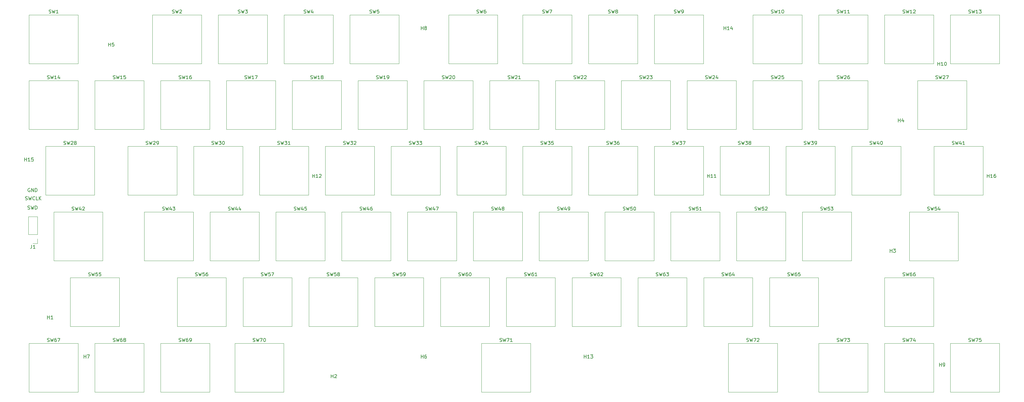
<source format=gto>
G04 #@! TF.GenerationSoftware,KiCad,Pcbnew,(6.0.1-0)*
G04 #@! TF.CreationDate,2022-06-29T12:55:11+09:00*
G04 #@! TF.ProjectId,key-ripper,6b65792d-7269-4707-9065-722e6b696361,rev?*
G04 #@! TF.SameCoordinates,Original*
G04 #@! TF.FileFunction,Legend,Top*
G04 #@! TF.FilePolarity,Positive*
%FSLAX46Y46*%
G04 Gerber Fmt 4.6, Leading zero omitted, Abs format (unit mm)*
G04 Created by KiCad (PCBNEW (6.0.1-0)) date 2022-06-29 12:55:11*
%MOMM*%
%LPD*%
G01*
G04 APERTURE LIST*
%ADD10C,0.150000*%
%ADD11C,0.120000*%
%ADD12C,1.750000*%
%ADD13C,3.050000*%
%ADD14C,4.000000*%
%ADD15C,2.200000*%
%ADD16C,3.048000*%
%ADD17C,3.987800*%
%ADD18R,1.700000X1.700000*%
%ADD19O,1.700000X1.700000*%
%ADD20C,0.750013*%
%ADD21O,1.200000X1.800000*%
%ADD22O,1.200000X2.000000*%
G04 APERTURE END LIST*
D10*
X21713095Y-71825000D02*
X21617857Y-71777380D01*
X21475000Y-71777380D01*
X21332142Y-71825000D01*
X21236904Y-71920238D01*
X21189285Y-72015476D01*
X21141666Y-72205952D01*
X21141666Y-72348809D01*
X21189285Y-72539285D01*
X21236904Y-72634523D01*
X21332142Y-72729761D01*
X21475000Y-72777380D01*
X21570238Y-72777380D01*
X21713095Y-72729761D01*
X21760714Y-72682142D01*
X21760714Y-72348809D01*
X21570238Y-72348809D01*
X22189285Y-72777380D02*
X22189285Y-71777380D01*
X22760714Y-72777380D01*
X22760714Y-71777380D01*
X23236904Y-72777380D02*
X23236904Y-71777380D01*
X23475000Y-71777380D01*
X23617857Y-71825000D01*
X23713095Y-71920238D01*
X23760714Y-72015476D01*
X23808333Y-72205952D01*
X23808333Y-72348809D01*
X23760714Y-72539285D01*
X23713095Y-72634523D01*
X23617857Y-72729761D01*
X23475000Y-72777380D01*
X23236904Y-72777380D01*
X21117857Y-77829761D02*
X21260714Y-77877380D01*
X21498809Y-77877380D01*
X21594047Y-77829761D01*
X21641666Y-77782142D01*
X21689285Y-77686904D01*
X21689285Y-77591666D01*
X21641666Y-77496428D01*
X21594047Y-77448809D01*
X21498809Y-77401190D01*
X21308333Y-77353571D01*
X21213095Y-77305952D01*
X21165476Y-77258333D01*
X21117857Y-77163095D01*
X21117857Y-77067857D01*
X21165476Y-76972619D01*
X21213095Y-76925000D01*
X21308333Y-76877380D01*
X21546428Y-76877380D01*
X21689285Y-76925000D01*
X22022619Y-76877380D02*
X22260714Y-77877380D01*
X22451190Y-77163095D01*
X22641666Y-77877380D01*
X22879761Y-76877380D01*
X23260714Y-77877380D02*
X23260714Y-76877380D01*
X23498809Y-76877380D01*
X23641666Y-76925000D01*
X23736904Y-77020238D01*
X23784523Y-77115476D01*
X23832142Y-77305952D01*
X23832142Y-77448809D01*
X23784523Y-77639285D01*
X23736904Y-77734523D01*
X23641666Y-77829761D01*
X23498809Y-77877380D01*
X23260714Y-77877380D01*
X20413095Y-75129761D02*
X20555952Y-75177380D01*
X20794047Y-75177380D01*
X20889285Y-75129761D01*
X20936904Y-75082142D01*
X20984523Y-74986904D01*
X20984523Y-74891666D01*
X20936904Y-74796428D01*
X20889285Y-74748809D01*
X20794047Y-74701190D01*
X20603571Y-74653571D01*
X20508333Y-74605952D01*
X20460714Y-74558333D01*
X20413095Y-74463095D01*
X20413095Y-74367857D01*
X20460714Y-74272619D01*
X20508333Y-74225000D01*
X20603571Y-74177380D01*
X20841666Y-74177380D01*
X20984523Y-74225000D01*
X21317857Y-74177380D02*
X21555952Y-75177380D01*
X21746428Y-74463095D01*
X21936904Y-75177380D01*
X22175000Y-74177380D01*
X23127380Y-75082142D02*
X23079761Y-75129761D01*
X22936904Y-75177380D01*
X22841666Y-75177380D01*
X22698809Y-75129761D01*
X22603571Y-75034523D01*
X22555952Y-74939285D01*
X22508333Y-74748809D01*
X22508333Y-74605952D01*
X22555952Y-74415476D01*
X22603571Y-74320238D01*
X22698809Y-74225000D01*
X22841666Y-74177380D01*
X22936904Y-74177380D01*
X23079761Y-74225000D01*
X23127380Y-74272619D01*
X24032142Y-75177380D02*
X23555952Y-75177380D01*
X23555952Y-74177380D01*
X24365476Y-75177380D02*
X24365476Y-74177380D01*
X24936904Y-75177380D02*
X24508333Y-74605952D01*
X24936904Y-74177380D02*
X24365476Y-74748809D01*
X45815476Y-116229761D02*
X45958333Y-116277380D01*
X46196428Y-116277380D01*
X46291666Y-116229761D01*
X46339285Y-116182142D01*
X46386904Y-116086904D01*
X46386904Y-115991666D01*
X46339285Y-115896428D01*
X46291666Y-115848809D01*
X46196428Y-115801190D01*
X46005952Y-115753571D01*
X45910714Y-115705952D01*
X45863095Y-115658333D01*
X45815476Y-115563095D01*
X45815476Y-115467857D01*
X45863095Y-115372619D01*
X45910714Y-115325000D01*
X46005952Y-115277380D01*
X46244047Y-115277380D01*
X46386904Y-115325000D01*
X46720238Y-115277380D02*
X46958333Y-116277380D01*
X47148809Y-115563095D01*
X47339285Y-116277380D01*
X47577380Y-115277380D01*
X48386904Y-115277380D02*
X48196428Y-115277380D01*
X48101190Y-115325000D01*
X48053571Y-115372619D01*
X47958333Y-115515476D01*
X47910714Y-115705952D01*
X47910714Y-116086904D01*
X47958333Y-116182142D01*
X48005952Y-116229761D01*
X48101190Y-116277380D01*
X48291666Y-116277380D01*
X48386904Y-116229761D01*
X48434523Y-116182142D01*
X48482142Y-116086904D01*
X48482142Y-115848809D01*
X48434523Y-115753571D01*
X48386904Y-115705952D01*
X48291666Y-115658333D01*
X48101190Y-115658333D01*
X48005952Y-115705952D01*
X47958333Y-115753571D01*
X47910714Y-115848809D01*
X49053571Y-115705952D02*
X48958333Y-115658333D01*
X48910714Y-115610714D01*
X48863095Y-115515476D01*
X48863095Y-115467857D01*
X48910714Y-115372619D01*
X48958333Y-115325000D01*
X49053571Y-115277380D01*
X49244047Y-115277380D01*
X49339285Y-115325000D01*
X49386904Y-115372619D01*
X49434523Y-115467857D01*
X49434523Y-115515476D01*
X49386904Y-115610714D01*
X49339285Y-115658333D01*
X49244047Y-115705952D01*
X49053571Y-115705952D01*
X48958333Y-115753571D01*
X48910714Y-115801190D01*
X48863095Y-115896428D01*
X48863095Y-116086904D01*
X48910714Y-116182142D01*
X48958333Y-116229761D01*
X49053571Y-116277380D01*
X49244047Y-116277380D01*
X49339285Y-116229761D01*
X49386904Y-116182142D01*
X49434523Y-116086904D01*
X49434523Y-115896428D01*
X49386904Y-115801190D01*
X49339285Y-115753571D01*
X49244047Y-115705952D01*
X157734226Y-116229761D02*
X157877083Y-116277380D01*
X158115178Y-116277380D01*
X158210416Y-116229761D01*
X158258035Y-116182142D01*
X158305654Y-116086904D01*
X158305654Y-115991666D01*
X158258035Y-115896428D01*
X158210416Y-115848809D01*
X158115178Y-115801190D01*
X157924702Y-115753571D01*
X157829464Y-115705952D01*
X157781845Y-115658333D01*
X157734226Y-115563095D01*
X157734226Y-115467857D01*
X157781845Y-115372619D01*
X157829464Y-115325000D01*
X157924702Y-115277380D01*
X158162797Y-115277380D01*
X158305654Y-115325000D01*
X158638988Y-115277380D02*
X158877083Y-116277380D01*
X159067559Y-115563095D01*
X159258035Y-116277380D01*
X159496130Y-115277380D01*
X159781845Y-115277380D02*
X160448511Y-115277380D01*
X160019940Y-116277380D01*
X161353273Y-116277380D02*
X160781845Y-116277380D01*
X161067559Y-116277380D02*
X161067559Y-115277380D01*
X160972321Y-115420238D01*
X160877083Y-115515476D01*
X160781845Y-115563095D01*
X122015476Y-40029761D02*
X122158333Y-40077380D01*
X122396428Y-40077380D01*
X122491666Y-40029761D01*
X122539285Y-39982142D01*
X122586904Y-39886904D01*
X122586904Y-39791666D01*
X122539285Y-39696428D01*
X122491666Y-39648809D01*
X122396428Y-39601190D01*
X122205952Y-39553571D01*
X122110714Y-39505952D01*
X122063095Y-39458333D01*
X122015476Y-39363095D01*
X122015476Y-39267857D01*
X122063095Y-39172619D01*
X122110714Y-39125000D01*
X122205952Y-39077380D01*
X122444047Y-39077380D01*
X122586904Y-39125000D01*
X122920238Y-39077380D02*
X123158333Y-40077380D01*
X123348809Y-39363095D01*
X123539285Y-40077380D01*
X123777380Y-39077380D01*
X124682142Y-40077380D02*
X124110714Y-40077380D01*
X124396428Y-40077380D02*
X124396428Y-39077380D01*
X124301190Y-39220238D01*
X124205952Y-39315476D01*
X124110714Y-39363095D01*
X125158333Y-40077380D02*
X125348809Y-40077380D01*
X125444047Y-40029761D01*
X125491666Y-39982142D01*
X125586904Y-39839285D01*
X125634523Y-39648809D01*
X125634523Y-39267857D01*
X125586904Y-39172619D01*
X125539285Y-39125000D01*
X125444047Y-39077380D01*
X125253571Y-39077380D01*
X125158333Y-39125000D01*
X125110714Y-39172619D01*
X125063095Y-39267857D01*
X125063095Y-39505952D01*
X125110714Y-39601190D01*
X125158333Y-39648809D01*
X125253571Y-39696428D01*
X125444047Y-39696428D01*
X125539285Y-39648809D01*
X125586904Y-39601190D01*
X125634523Y-39505952D01*
X164877976Y-97179761D02*
X165020833Y-97227380D01*
X165258928Y-97227380D01*
X165354166Y-97179761D01*
X165401785Y-97132142D01*
X165449404Y-97036904D01*
X165449404Y-96941666D01*
X165401785Y-96846428D01*
X165354166Y-96798809D01*
X165258928Y-96751190D01*
X165068452Y-96703571D01*
X164973214Y-96655952D01*
X164925595Y-96608333D01*
X164877976Y-96513095D01*
X164877976Y-96417857D01*
X164925595Y-96322619D01*
X164973214Y-96275000D01*
X165068452Y-96227380D01*
X165306547Y-96227380D01*
X165449404Y-96275000D01*
X165782738Y-96227380D02*
X166020833Y-97227380D01*
X166211309Y-96513095D01*
X166401785Y-97227380D01*
X166639880Y-96227380D01*
X167449404Y-96227380D02*
X167258928Y-96227380D01*
X167163690Y-96275000D01*
X167116071Y-96322619D01*
X167020833Y-96465476D01*
X166973214Y-96655952D01*
X166973214Y-97036904D01*
X167020833Y-97132142D01*
X167068452Y-97179761D01*
X167163690Y-97227380D01*
X167354166Y-97227380D01*
X167449404Y-97179761D01*
X167497023Y-97132142D01*
X167544642Y-97036904D01*
X167544642Y-96798809D01*
X167497023Y-96703571D01*
X167449404Y-96655952D01*
X167354166Y-96608333D01*
X167163690Y-96608333D01*
X167068452Y-96655952D01*
X167020833Y-96703571D01*
X166973214Y-96798809D01*
X168497023Y-97227380D02*
X167925595Y-97227380D01*
X168211309Y-97227380D02*
X168211309Y-96227380D01*
X168116071Y-96370238D01*
X168020833Y-96465476D01*
X167925595Y-96513095D01*
X255365476Y-116229761D02*
X255508333Y-116277380D01*
X255746428Y-116277380D01*
X255841666Y-116229761D01*
X255889285Y-116182142D01*
X255936904Y-116086904D01*
X255936904Y-115991666D01*
X255889285Y-115896428D01*
X255841666Y-115848809D01*
X255746428Y-115801190D01*
X255555952Y-115753571D01*
X255460714Y-115705952D01*
X255413095Y-115658333D01*
X255365476Y-115563095D01*
X255365476Y-115467857D01*
X255413095Y-115372619D01*
X255460714Y-115325000D01*
X255555952Y-115277380D01*
X255794047Y-115277380D01*
X255936904Y-115325000D01*
X256270238Y-115277380D02*
X256508333Y-116277380D01*
X256698809Y-115563095D01*
X256889285Y-116277380D01*
X257127380Y-115277380D01*
X257413095Y-115277380D02*
X258079761Y-115277380D01*
X257651190Y-116277380D01*
X258365476Y-115277380D02*
X258984523Y-115277380D01*
X258651190Y-115658333D01*
X258794047Y-115658333D01*
X258889285Y-115705952D01*
X258936904Y-115753571D01*
X258984523Y-115848809D01*
X258984523Y-116086904D01*
X258936904Y-116182142D01*
X258889285Y-116229761D01*
X258794047Y-116277380D01*
X258508333Y-116277380D01*
X258413095Y-116229761D01*
X258365476Y-116182142D01*
X44481845Y-30589880D02*
X44481845Y-29589880D01*
X44481845Y-30066071D02*
X45053273Y-30066071D01*
X45053273Y-30589880D02*
X45053273Y-29589880D01*
X46005654Y-29589880D02*
X45529464Y-29589880D01*
X45481845Y-30066071D01*
X45529464Y-30018452D01*
X45624702Y-29970833D01*
X45862797Y-29970833D01*
X45958035Y-30018452D01*
X46005654Y-30066071D01*
X46053273Y-30161309D01*
X46053273Y-30399404D01*
X46005654Y-30494642D01*
X45958035Y-30542261D01*
X45862797Y-30589880D01*
X45624702Y-30589880D01*
X45529464Y-30542261D01*
X45481845Y-30494642D01*
X101060416Y-20979761D02*
X101203273Y-21027380D01*
X101441369Y-21027380D01*
X101536607Y-20979761D01*
X101584226Y-20932142D01*
X101631845Y-20836904D01*
X101631845Y-20741666D01*
X101584226Y-20646428D01*
X101536607Y-20598809D01*
X101441369Y-20551190D01*
X101250892Y-20503571D01*
X101155654Y-20455952D01*
X101108035Y-20408333D01*
X101060416Y-20313095D01*
X101060416Y-20217857D01*
X101108035Y-20122619D01*
X101155654Y-20075000D01*
X101250892Y-20027380D01*
X101488988Y-20027380D01*
X101631845Y-20075000D01*
X101965178Y-20027380D02*
X102203273Y-21027380D01*
X102393750Y-20313095D01*
X102584226Y-21027380D01*
X102822321Y-20027380D01*
X103631845Y-20360714D02*
X103631845Y-21027380D01*
X103393750Y-19979761D02*
X103155654Y-20694047D01*
X103774702Y-20694047D01*
X26813095Y-109677380D02*
X26813095Y-108677380D01*
X26813095Y-109153571D02*
X27384523Y-109153571D01*
X27384523Y-109677380D02*
X27384523Y-108677380D01*
X28384523Y-109677380D02*
X27813095Y-109677380D01*
X28098809Y-109677380D02*
X28098809Y-108677380D01*
X28003571Y-108820238D01*
X27908333Y-108915476D01*
X27813095Y-108963095D01*
X64865476Y-40029761D02*
X65008333Y-40077380D01*
X65246428Y-40077380D01*
X65341666Y-40029761D01*
X65389285Y-39982142D01*
X65436904Y-39886904D01*
X65436904Y-39791666D01*
X65389285Y-39696428D01*
X65341666Y-39648809D01*
X65246428Y-39601190D01*
X65055952Y-39553571D01*
X64960714Y-39505952D01*
X64913095Y-39458333D01*
X64865476Y-39363095D01*
X64865476Y-39267857D01*
X64913095Y-39172619D01*
X64960714Y-39125000D01*
X65055952Y-39077380D01*
X65294047Y-39077380D01*
X65436904Y-39125000D01*
X65770238Y-39077380D02*
X66008333Y-40077380D01*
X66198809Y-39363095D01*
X66389285Y-40077380D01*
X66627380Y-39077380D01*
X67532142Y-40077380D02*
X66960714Y-40077380D01*
X67246428Y-40077380D02*
X67246428Y-39077380D01*
X67151190Y-39220238D01*
X67055952Y-39315476D01*
X66960714Y-39363095D01*
X68389285Y-39077380D02*
X68198809Y-39077380D01*
X68103571Y-39125000D01*
X68055952Y-39172619D01*
X67960714Y-39315476D01*
X67913095Y-39505952D01*
X67913095Y-39886904D01*
X67960714Y-39982142D01*
X68008333Y-40029761D01*
X68103571Y-40077380D01*
X68294047Y-40077380D01*
X68389285Y-40029761D01*
X68436904Y-39982142D01*
X68484523Y-39886904D01*
X68484523Y-39648809D01*
X68436904Y-39553571D01*
X68389285Y-39505952D01*
X68294047Y-39458333D01*
X68103571Y-39458333D01*
X68008333Y-39505952D01*
X67960714Y-39553571D01*
X67913095Y-39648809D01*
X270713095Y-90377380D02*
X270713095Y-89377380D01*
X270713095Y-89853571D02*
X271284523Y-89853571D01*
X271284523Y-90377380D02*
X271284523Y-89377380D01*
X271665476Y-89377380D02*
X272284523Y-89377380D01*
X271951190Y-89758333D01*
X272094047Y-89758333D01*
X272189285Y-89805952D01*
X272236904Y-89853571D01*
X272284523Y-89948809D01*
X272284523Y-90186904D01*
X272236904Y-90282142D01*
X272189285Y-90329761D01*
X272094047Y-90377380D01*
X271808333Y-90377380D01*
X271713095Y-90329761D01*
X271665476Y-90282142D01*
X274415476Y-116229761D02*
X274558333Y-116277380D01*
X274796428Y-116277380D01*
X274891666Y-116229761D01*
X274939285Y-116182142D01*
X274986904Y-116086904D01*
X274986904Y-115991666D01*
X274939285Y-115896428D01*
X274891666Y-115848809D01*
X274796428Y-115801190D01*
X274605952Y-115753571D01*
X274510714Y-115705952D01*
X274463095Y-115658333D01*
X274415476Y-115563095D01*
X274415476Y-115467857D01*
X274463095Y-115372619D01*
X274510714Y-115325000D01*
X274605952Y-115277380D01*
X274844047Y-115277380D01*
X274986904Y-115325000D01*
X275320238Y-115277380D02*
X275558333Y-116277380D01*
X275748809Y-115563095D01*
X275939285Y-116277380D01*
X276177380Y-115277380D01*
X276463095Y-115277380D02*
X277129761Y-115277380D01*
X276701190Y-116277380D01*
X277939285Y-115610714D02*
X277939285Y-116277380D01*
X277701190Y-115229761D02*
X277463095Y-115944047D01*
X278082142Y-115944047D01*
X151066666Y-20979761D02*
X151209523Y-21027380D01*
X151447619Y-21027380D01*
X151542857Y-20979761D01*
X151590476Y-20932142D01*
X151638095Y-20836904D01*
X151638095Y-20741666D01*
X151590476Y-20646428D01*
X151542857Y-20598809D01*
X151447619Y-20551190D01*
X151257142Y-20503571D01*
X151161904Y-20455952D01*
X151114285Y-20408333D01*
X151066666Y-20313095D01*
X151066666Y-20217857D01*
X151114285Y-20122619D01*
X151161904Y-20075000D01*
X151257142Y-20027380D01*
X151495238Y-20027380D01*
X151638095Y-20075000D01*
X151971428Y-20027380D02*
X152209523Y-21027380D01*
X152400000Y-20313095D01*
X152590476Y-21027380D01*
X152828571Y-20027380D01*
X153638095Y-20027380D02*
X153447619Y-20027380D01*
X153352380Y-20075000D01*
X153304761Y-20122619D01*
X153209523Y-20265476D01*
X153161904Y-20455952D01*
X153161904Y-20836904D01*
X153209523Y-20932142D01*
X153257142Y-20979761D01*
X153352380Y-21027380D01*
X153542857Y-21027380D01*
X153638095Y-20979761D01*
X153685714Y-20932142D01*
X153733333Y-20836904D01*
X153733333Y-20598809D01*
X153685714Y-20503571D01*
X153638095Y-20455952D01*
X153542857Y-20408333D01*
X153352380Y-20408333D01*
X153257142Y-20455952D01*
X153209523Y-20503571D01*
X153161904Y-20598809D01*
X20193154Y-63927380D02*
X20193154Y-62927380D01*
X20193154Y-63403571D02*
X20764583Y-63403571D01*
X20764583Y-63927380D02*
X20764583Y-62927380D01*
X21764583Y-63927380D02*
X21193154Y-63927380D01*
X21478869Y-63927380D02*
X21478869Y-62927380D01*
X21383630Y-63070238D01*
X21288392Y-63165476D01*
X21193154Y-63213095D01*
X22669345Y-62927380D02*
X22193154Y-62927380D01*
X22145535Y-63403571D01*
X22193154Y-63355952D01*
X22288392Y-63308333D01*
X22526488Y-63308333D01*
X22621726Y-63355952D01*
X22669345Y-63403571D01*
X22716964Y-63498809D01*
X22716964Y-63736904D01*
X22669345Y-63832142D01*
X22621726Y-63879761D01*
X22526488Y-63927380D01*
X22288392Y-63927380D01*
X22193154Y-63879761D01*
X22145535Y-63832142D01*
X222027976Y-97179761D02*
X222170833Y-97227380D01*
X222408928Y-97227380D01*
X222504166Y-97179761D01*
X222551785Y-97132142D01*
X222599404Y-97036904D01*
X222599404Y-96941666D01*
X222551785Y-96846428D01*
X222504166Y-96798809D01*
X222408928Y-96751190D01*
X222218452Y-96703571D01*
X222123214Y-96655952D01*
X222075595Y-96608333D01*
X222027976Y-96513095D01*
X222027976Y-96417857D01*
X222075595Y-96322619D01*
X222123214Y-96275000D01*
X222218452Y-96227380D01*
X222456547Y-96227380D01*
X222599404Y-96275000D01*
X222932738Y-96227380D02*
X223170833Y-97227380D01*
X223361309Y-96513095D01*
X223551785Y-97227380D01*
X223789880Y-96227380D01*
X224599404Y-96227380D02*
X224408928Y-96227380D01*
X224313690Y-96275000D01*
X224266071Y-96322619D01*
X224170833Y-96465476D01*
X224123214Y-96655952D01*
X224123214Y-97036904D01*
X224170833Y-97132142D01*
X224218452Y-97179761D01*
X224313690Y-97227380D01*
X224504166Y-97227380D01*
X224599404Y-97179761D01*
X224647023Y-97132142D01*
X224694642Y-97036904D01*
X224694642Y-96798809D01*
X224647023Y-96703571D01*
X224599404Y-96655952D01*
X224504166Y-96608333D01*
X224313690Y-96608333D01*
X224218452Y-96655952D01*
X224170833Y-96703571D01*
X224123214Y-96798809D01*
X225551785Y-96560714D02*
X225551785Y-97227380D01*
X225313690Y-96179761D02*
X225075595Y-96894047D01*
X225694642Y-96894047D01*
X112490476Y-59079761D02*
X112633333Y-59127380D01*
X112871428Y-59127380D01*
X112966666Y-59079761D01*
X113014285Y-59032142D01*
X113061904Y-58936904D01*
X113061904Y-58841666D01*
X113014285Y-58746428D01*
X112966666Y-58698809D01*
X112871428Y-58651190D01*
X112680952Y-58603571D01*
X112585714Y-58555952D01*
X112538095Y-58508333D01*
X112490476Y-58413095D01*
X112490476Y-58317857D01*
X112538095Y-58222619D01*
X112585714Y-58175000D01*
X112680952Y-58127380D01*
X112919047Y-58127380D01*
X113061904Y-58175000D01*
X113395238Y-58127380D02*
X113633333Y-59127380D01*
X113823809Y-58413095D01*
X114014285Y-59127380D01*
X114252380Y-58127380D01*
X114538095Y-58127380D02*
X115157142Y-58127380D01*
X114823809Y-58508333D01*
X114966666Y-58508333D01*
X115061904Y-58555952D01*
X115109523Y-58603571D01*
X115157142Y-58698809D01*
X115157142Y-58936904D01*
X115109523Y-59032142D01*
X115061904Y-59079761D01*
X114966666Y-59127380D01*
X114680952Y-59127380D01*
X114585714Y-59079761D01*
X114538095Y-59032142D01*
X115538095Y-58222619D02*
X115585714Y-58175000D01*
X115680952Y-58127380D01*
X115919047Y-58127380D01*
X116014285Y-58175000D01*
X116061904Y-58222619D01*
X116109523Y-58317857D01*
X116109523Y-58413095D01*
X116061904Y-58555952D01*
X115490476Y-59127380D01*
X116109523Y-59127380D01*
X241077976Y-97179761D02*
X241220833Y-97227380D01*
X241458928Y-97227380D01*
X241554166Y-97179761D01*
X241601785Y-97132142D01*
X241649404Y-97036904D01*
X241649404Y-96941666D01*
X241601785Y-96846428D01*
X241554166Y-96798809D01*
X241458928Y-96751190D01*
X241268452Y-96703571D01*
X241173214Y-96655952D01*
X241125595Y-96608333D01*
X241077976Y-96513095D01*
X241077976Y-96417857D01*
X241125595Y-96322619D01*
X241173214Y-96275000D01*
X241268452Y-96227380D01*
X241506547Y-96227380D01*
X241649404Y-96275000D01*
X241982738Y-96227380D02*
X242220833Y-97227380D01*
X242411309Y-96513095D01*
X242601785Y-97227380D01*
X242839880Y-96227380D01*
X243649404Y-96227380D02*
X243458928Y-96227380D01*
X243363690Y-96275000D01*
X243316071Y-96322619D01*
X243220833Y-96465476D01*
X243173214Y-96655952D01*
X243173214Y-97036904D01*
X243220833Y-97132142D01*
X243268452Y-97179761D01*
X243363690Y-97227380D01*
X243554166Y-97227380D01*
X243649404Y-97179761D01*
X243697023Y-97132142D01*
X243744642Y-97036904D01*
X243744642Y-96798809D01*
X243697023Y-96703571D01*
X243649404Y-96655952D01*
X243554166Y-96608333D01*
X243363690Y-96608333D01*
X243268452Y-96655952D01*
X243220833Y-96703571D01*
X243173214Y-96798809D01*
X244649404Y-96227380D02*
X244173214Y-96227380D01*
X244125595Y-96703571D01*
X244173214Y-96655952D01*
X244268452Y-96608333D01*
X244506547Y-96608333D01*
X244601785Y-96655952D01*
X244649404Y-96703571D01*
X244697023Y-96798809D01*
X244697023Y-97036904D01*
X244649404Y-97132142D01*
X244601785Y-97179761D01*
X244506547Y-97227380D01*
X244268452Y-97227380D01*
X244173214Y-97179761D01*
X244125595Y-97132142D01*
X93440476Y-59079761D02*
X93583333Y-59127380D01*
X93821428Y-59127380D01*
X93916666Y-59079761D01*
X93964285Y-59032142D01*
X94011904Y-58936904D01*
X94011904Y-58841666D01*
X93964285Y-58746428D01*
X93916666Y-58698809D01*
X93821428Y-58651190D01*
X93630952Y-58603571D01*
X93535714Y-58555952D01*
X93488095Y-58508333D01*
X93440476Y-58413095D01*
X93440476Y-58317857D01*
X93488095Y-58222619D01*
X93535714Y-58175000D01*
X93630952Y-58127380D01*
X93869047Y-58127380D01*
X94011904Y-58175000D01*
X94345238Y-58127380D02*
X94583333Y-59127380D01*
X94773809Y-58413095D01*
X94964285Y-59127380D01*
X95202380Y-58127380D01*
X95488095Y-58127380D02*
X96107142Y-58127380D01*
X95773809Y-58508333D01*
X95916666Y-58508333D01*
X96011904Y-58555952D01*
X96059523Y-58603571D01*
X96107142Y-58698809D01*
X96107142Y-58936904D01*
X96059523Y-59032142D01*
X96011904Y-59079761D01*
X95916666Y-59127380D01*
X95630952Y-59127380D01*
X95535714Y-59079761D01*
X95488095Y-59032142D01*
X97059523Y-59127380D02*
X96488095Y-59127380D01*
X96773809Y-59127380D02*
X96773809Y-58127380D01*
X96678571Y-58270238D01*
X96583333Y-58365476D01*
X96488095Y-58413095D01*
X33909226Y-78129761D02*
X34052083Y-78177380D01*
X34290178Y-78177380D01*
X34385416Y-78129761D01*
X34433035Y-78082142D01*
X34480654Y-77986904D01*
X34480654Y-77891666D01*
X34433035Y-77796428D01*
X34385416Y-77748809D01*
X34290178Y-77701190D01*
X34099702Y-77653571D01*
X34004464Y-77605952D01*
X33956845Y-77558333D01*
X33909226Y-77463095D01*
X33909226Y-77367857D01*
X33956845Y-77272619D01*
X34004464Y-77225000D01*
X34099702Y-77177380D01*
X34337797Y-77177380D01*
X34480654Y-77225000D01*
X34813988Y-77177380D02*
X35052083Y-78177380D01*
X35242559Y-77463095D01*
X35433035Y-78177380D01*
X35671130Y-77177380D01*
X36480654Y-77510714D02*
X36480654Y-78177380D01*
X36242559Y-77129761D02*
X36004464Y-77844047D01*
X36623511Y-77844047D01*
X36956845Y-77272619D02*
X37004464Y-77225000D01*
X37099702Y-77177380D01*
X37337797Y-77177380D01*
X37433035Y-77225000D01*
X37480654Y-77272619D01*
X37528273Y-77367857D01*
X37528273Y-77463095D01*
X37480654Y-77605952D01*
X36909226Y-78177380D01*
X37528273Y-78177380D01*
X283940476Y-40029761D02*
X284083333Y-40077380D01*
X284321428Y-40077380D01*
X284416666Y-40029761D01*
X284464285Y-39982142D01*
X284511904Y-39886904D01*
X284511904Y-39791666D01*
X284464285Y-39696428D01*
X284416666Y-39648809D01*
X284321428Y-39601190D01*
X284130952Y-39553571D01*
X284035714Y-39505952D01*
X283988095Y-39458333D01*
X283940476Y-39363095D01*
X283940476Y-39267857D01*
X283988095Y-39172619D01*
X284035714Y-39125000D01*
X284130952Y-39077380D01*
X284369047Y-39077380D01*
X284511904Y-39125000D01*
X284845238Y-39077380D02*
X285083333Y-40077380D01*
X285273809Y-39363095D01*
X285464285Y-40077380D01*
X285702380Y-39077380D01*
X286035714Y-39172619D02*
X286083333Y-39125000D01*
X286178571Y-39077380D01*
X286416666Y-39077380D01*
X286511904Y-39125000D01*
X286559523Y-39172619D01*
X286607142Y-39267857D01*
X286607142Y-39363095D01*
X286559523Y-39505952D01*
X285988095Y-40077380D01*
X286607142Y-40077380D01*
X286940476Y-39077380D02*
X287607142Y-39077380D01*
X287178571Y-40077380D01*
X37338095Y-121077380D02*
X37338095Y-120077380D01*
X37338095Y-120553571D02*
X37909523Y-120553571D01*
X37909523Y-121077380D02*
X37909523Y-120077380D01*
X38290476Y-120077380D02*
X38957142Y-120077380D01*
X38528571Y-121077380D01*
X150590476Y-59079761D02*
X150733333Y-59127380D01*
X150971428Y-59127380D01*
X151066666Y-59079761D01*
X151114285Y-59032142D01*
X151161904Y-58936904D01*
X151161904Y-58841666D01*
X151114285Y-58746428D01*
X151066666Y-58698809D01*
X150971428Y-58651190D01*
X150780952Y-58603571D01*
X150685714Y-58555952D01*
X150638095Y-58508333D01*
X150590476Y-58413095D01*
X150590476Y-58317857D01*
X150638095Y-58222619D01*
X150685714Y-58175000D01*
X150780952Y-58127380D01*
X151019047Y-58127380D01*
X151161904Y-58175000D01*
X151495238Y-58127380D02*
X151733333Y-59127380D01*
X151923809Y-58413095D01*
X152114285Y-59127380D01*
X152352380Y-58127380D01*
X152638095Y-58127380D02*
X153257142Y-58127380D01*
X152923809Y-58508333D01*
X153066666Y-58508333D01*
X153161904Y-58555952D01*
X153209523Y-58603571D01*
X153257142Y-58698809D01*
X153257142Y-58936904D01*
X153209523Y-59032142D01*
X153161904Y-59079761D01*
X153066666Y-59127380D01*
X152780952Y-59127380D01*
X152685714Y-59079761D01*
X152638095Y-59032142D01*
X154114285Y-58460714D02*
X154114285Y-59127380D01*
X153876190Y-58079761D02*
X153638095Y-58794047D01*
X154257142Y-58794047D01*
X264890476Y-59079761D02*
X265033333Y-59127380D01*
X265271428Y-59127380D01*
X265366666Y-59079761D01*
X265414285Y-59032142D01*
X265461904Y-58936904D01*
X265461904Y-58841666D01*
X265414285Y-58746428D01*
X265366666Y-58698809D01*
X265271428Y-58651190D01*
X265080952Y-58603571D01*
X264985714Y-58555952D01*
X264938095Y-58508333D01*
X264890476Y-58413095D01*
X264890476Y-58317857D01*
X264938095Y-58222619D01*
X264985714Y-58175000D01*
X265080952Y-58127380D01*
X265319047Y-58127380D01*
X265461904Y-58175000D01*
X265795238Y-58127380D02*
X266033333Y-59127380D01*
X266223809Y-58413095D01*
X266414285Y-59127380D01*
X266652380Y-58127380D01*
X267461904Y-58460714D02*
X267461904Y-59127380D01*
X267223809Y-58079761D02*
X266985714Y-58794047D01*
X267604761Y-58794047D01*
X268176190Y-58127380D02*
X268271428Y-58127380D01*
X268366666Y-58175000D01*
X268414285Y-58222619D01*
X268461904Y-58317857D01*
X268509523Y-58508333D01*
X268509523Y-58746428D01*
X268461904Y-58936904D01*
X268414285Y-59032142D01*
X268366666Y-59079761D01*
X268271428Y-59127380D01*
X268176190Y-59127380D01*
X268080952Y-59079761D01*
X268033333Y-59032142D01*
X267985714Y-58936904D01*
X267938095Y-58746428D01*
X267938095Y-58508333D01*
X267985714Y-58317857D01*
X268033333Y-58222619D01*
X268080952Y-58175000D01*
X268176190Y-58127380D01*
X102965476Y-40029761D02*
X103108333Y-40077380D01*
X103346428Y-40077380D01*
X103441666Y-40029761D01*
X103489285Y-39982142D01*
X103536904Y-39886904D01*
X103536904Y-39791666D01*
X103489285Y-39696428D01*
X103441666Y-39648809D01*
X103346428Y-39601190D01*
X103155952Y-39553571D01*
X103060714Y-39505952D01*
X103013095Y-39458333D01*
X102965476Y-39363095D01*
X102965476Y-39267857D01*
X103013095Y-39172619D01*
X103060714Y-39125000D01*
X103155952Y-39077380D01*
X103394047Y-39077380D01*
X103536904Y-39125000D01*
X103870238Y-39077380D02*
X104108333Y-40077380D01*
X104298809Y-39363095D01*
X104489285Y-40077380D01*
X104727380Y-39077380D01*
X105632142Y-40077380D02*
X105060714Y-40077380D01*
X105346428Y-40077380D02*
X105346428Y-39077380D01*
X105251190Y-39220238D01*
X105155952Y-39315476D01*
X105060714Y-39363095D01*
X106203571Y-39505952D02*
X106108333Y-39458333D01*
X106060714Y-39410714D01*
X106013095Y-39315476D01*
X106013095Y-39267857D01*
X106060714Y-39172619D01*
X106108333Y-39125000D01*
X106203571Y-39077380D01*
X106394047Y-39077380D01*
X106489285Y-39125000D01*
X106536904Y-39172619D01*
X106584523Y-39267857D01*
X106584523Y-39315476D01*
X106536904Y-39410714D01*
X106489285Y-39458333D01*
X106394047Y-39505952D01*
X106203571Y-39505952D01*
X106108333Y-39553571D01*
X106060714Y-39601190D01*
X106013095Y-39696428D01*
X106013095Y-39886904D01*
X106060714Y-39982142D01*
X106108333Y-40029761D01*
X106203571Y-40077380D01*
X106394047Y-40077380D01*
X106489285Y-40029761D01*
X106536904Y-39982142D01*
X106584523Y-39886904D01*
X106584523Y-39696428D01*
X106536904Y-39601190D01*
X106489285Y-39553571D01*
X106394047Y-39505952D01*
X26765476Y-40029761D02*
X26908333Y-40077380D01*
X27146428Y-40077380D01*
X27241666Y-40029761D01*
X27289285Y-39982142D01*
X27336904Y-39886904D01*
X27336904Y-39791666D01*
X27289285Y-39696428D01*
X27241666Y-39648809D01*
X27146428Y-39601190D01*
X26955952Y-39553571D01*
X26860714Y-39505952D01*
X26813095Y-39458333D01*
X26765476Y-39363095D01*
X26765476Y-39267857D01*
X26813095Y-39172619D01*
X26860714Y-39125000D01*
X26955952Y-39077380D01*
X27194047Y-39077380D01*
X27336904Y-39125000D01*
X27670238Y-39077380D02*
X27908333Y-40077380D01*
X28098809Y-39363095D01*
X28289285Y-40077380D01*
X28527380Y-39077380D01*
X29432142Y-40077380D02*
X28860714Y-40077380D01*
X29146428Y-40077380D02*
X29146428Y-39077380D01*
X29051190Y-39220238D01*
X28955952Y-39315476D01*
X28860714Y-39363095D01*
X30289285Y-39410714D02*
X30289285Y-40077380D01*
X30051190Y-39029761D02*
X29813095Y-39744047D01*
X30432142Y-39744047D01*
X107727976Y-97179761D02*
X107870833Y-97227380D01*
X108108928Y-97227380D01*
X108204166Y-97179761D01*
X108251785Y-97132142D01*
X108299404Y-97036904D01*
X108299404Y-96941666D01*
X108251785Y-96846428D01*
X108204166Y-96798809D01*
X108108928Y-96751190D01*
X107918452Y-96703571D01*
X107823214Y-96655952D01*
X107775595Y-96608333D01*
X107727976Y-96513095D01*
X107727976Y-96417857D01*
X107775595Y-96322619D01*
X107823214Y-96275000D01*
X107918452Y-96227380D01*
X108156547Y-96227380D01*
X108299404Y-96275000D01*
X108632738Y-96227380D02*
X108870833Y-97227380D01*
X109061309Y-96513095D01*
X109251785Y-97227380D01*
X109489880Y-96227380D01*
X110347023Y-96227380D02*
X109870833Y-96227380D01*
X109823214Y-96703571D01*
X109870833Y-96655952D01*
X109966071Y-96608333D01*
X110204166Y-96608333D01*
X110299404Y-96655952D01*
X110347023Y-96703571D01*
X110394642Y-96798809D01*
X110394642Y-97036904D01*
X110347023Y-97132142D01*
X110299404Y-97179761D01*
X110204166Y-97227380D01*
X109966071Y-97227380D01*
X109870833Y-97179761D01*
X109823214Y-97132142D01*
X110966071Y-96655952D02*
X110870833Y-96608333D01*
X110823214Y-96560714D01*
X110775595Y-96465476D01*
X110775595Y-96417857D01*
X110823214Y-96322619D01*
X110870833Y-96275000D01*
X110966071Y-96227380D01*
X111156547Y-96227380D01*
X111251785Y-96275000D01*
X111299404Y-96322619D01*
X111347023Y-96417857D01*
X111347023Y-96465476D01*
X111299404Y-96560714D01*
X111251785Y-96608333D01*
X111156547Y-96655952D01*
X110966071Y-96655952D01*
X110870833Y-96703571D01*
X110823214Y-96751190D01*
X110775595Y-96846428D01*
X110775595Y-97036904D01*
X110823214Y-97132142D01*
X110870833Y-97179761D01*
X110966071Y-97227380D01*
X111156547Y-97227380D01*
X111251785Y-97179761D01*
X111299404Y-97132142D01*
X111347023Y-97036904D01*
X111347023Y-96846428D01*
X111299404Y-96751190D01*
X111251785Y-96703571D01*
X111156547Y-96655952D01*
X255365476Y-20979761D02*
X255508333Y-21027380D01*
X255746428Y-21027380D01*
X255841666Y-20979761D01*
X255889285Y-20932142D01*
X255936904Y-20836904D01*
X255936904Y-20741666D01*
X255889285Y-20646428D01*
X255841666Y-20598809D01*
X255746428Y-20551190D01*
X255555952Y-20503571D01*
X255460714Y-20455952D01*
X255413095Y-20408333D01*
X255365476Y-20313095D01*
X255365476Y-20217857D01*
X255413095Y-20122619D01*
X255460714Y-20075000D01*
X255555952Y-20027380D01*
X255794047Y-20027380D01*
X255936904Y-20075000D01*
X256270238Y-20027380D02*
X256508333Y-21027380D01*
X256698809Y-20313095D01*
X256889285Y-21027380D01*
X257127380Y-20027380D01*
X258032142Y-21027380D02*
X257460714Y-21027380D01*
X257746428Y-21027380D02*
X257746428Y-20027380D01*
X257651190Y-20170238D01*
X257555952Y-20265476D01*
X257460714Y-20313095D01*
X258984523Y-21027380D02*
X258413095Y-21027380D01*
X258698809Y-21027380D02*
X258698809Y-20027380D01*
X258603571Y-20170238D01*
X258508333Y-20265476D01*
X258413095Y-20313095D01*
X31527976Y-59079761D02*
X31670833Y-59127380D01*
X31908928Y-59127380D01*
X32004166Y-59079761D01*
X32051785Y-59032142D01*
X32099404Y-58936904D01*
X32099404Y-58841666D01*
X32051785Y-58746428D01*
X32004166Y-58698809D01*
X31908928Y-58651190D01*
X31718452Y-58603571D01*
X31623214Y-58555952D01*
X31575595Y-58508333D01*
X31527976Y-58413095D01*
X31527976Y-58317857D01*
X31575595Y-58222619D01*
X31623214Y-58175000D01*
X31718452Y-58127380D01*
X31956547Y-58127380D01*
X32099404Y-58175000D01*
X32432738Y-58127380D02*
X32670833Y-59127380D01*
X32861309Y-58413095D01*
X33051785Y-59127380D01*
X33289880Y-58127380D01*
X33623214Y-58222619D02*
X33670833Y-58175000D01*
X33766071Y-58127380D01*
X34004166Y-58127380D01*
X34099404Y-58175000D01*
X34147023Y-58222619D01*
X34194642Y-58317857D01*
X34194642Y-58413095D01*
X34147023Y-58555952D01*
X33575595Y-59127380D01*
X34194642Y-59127380D01*
X34766071Y-58555952D02*
X34670833Y-58508333D01*
X34623214Y-58460714D01*
X34575595Y-58365476D01*
X34575595Y-58317857D01*
X34623214Y-58222619D01*
X34670833Y-58175000D01*
X34766071Y-58127380D01*
X34956547Y-58127380D01*
X35051785Y-58175000D01*
X35099404Y-58222619D01*
X35147023Y-58317857D01*
X35147023Y-58365476D01*
X35099404Y-58460714D01*
X35051785Y-58508333D01*
X34956547Y-58555952D01*
X34766071Y-58555952D01*
X34670833Y-58603571D01*
X34623214Y-58651190D01*
X34575595Y-58746428D01*
X34575595Y-58936904D01*
X34623214Y-59032142D01*
X34670833Y-59079761D01*
X34766071Y-59127380D01*
X34956547Y-59127380D01*
X35051785Y-59079761D01*
X35099404Y-59032142D01*
X35147023Y-58936904D01*
X35147023Y-58746428D01*
X35099404Y-58651190D01*
X35051785Y-58603571D01*
X34956547Y-58555952D01*
X217836904Y-68689880D02*
X217836904Y-67689880D01*
X217836904Y-68166071D02*
X218408333Y-68166071D01*
X218408333Y-68689880D02*
X218408333Y-67689880D01*
X219408333Y-68689880D02*
X218836904Y-68689880D01*
X219122619Y-68689880D02*
X219122619Y-67689880D01*
X219027380Y-67832738D01*
X218932142Y-67927976D01*
X218836904Y-67975595D01*
X220360714Y-68689880D02*
X219789285Y-68689880D01*
X220075000Y-68689880D02*
X220075000Y-67689880D01*
X219979761Y-67832738D01*
X219884523Y-67927976D01*
X219789285Y-67975595D01*
X202977976Y-97179761D02*
X203120833Y-97227380D01*
X203358928Y-97227380D01*
X203454166Y-97179761D01*
X203501785Y-97132142D01*
X203549404Y-97036904D01*
X203549404Y-96941666D01*
X203501785Y-96846428D01*
X203454166Y-96798809D01*
X203358928Y-96751190D01*
X203168452Y-96703571D01*
X203073214Y-96655952D01*
X203025595Y-96608333D01*
X202977976Y-96513095D01*
X202977976Y-96417857D01*
X203025595Y-96322619D01*
X203073214Y-96275000D01*
X203168452Y-96227380D01*
X203406547Y-96227380D01*
X203549404Y-96275000D01*
X203882738Y-96227380D02*
X204120833Y-97227380D01*
X204311309Y-96513095D01*
X204501785Y-97227380D01*
X204739880Y-96227380D01*
X205549404Y-96227380D02*
X205358928Y-96227380D01*
X205263690Y-96275000D01*
X205216071Y-96322619D01*
X205120833Y-96465476D01*
X205073214Y-96655952D01*
X205073214Y-97036904D01*
X205120833Y-97132142D01*
X205168452Y-97179761D01*
X205263690Y-97227380D01*
X205454166Y-97227380D01*
X205549404Y-97179761D01*
X205597023Y-97132142D01*
X205644642Y-97036904D01*
X205644642Y-96798809D01*
X205597023Y-96703571D01*
X205549404Y-96655952D01*
X205454166Y-96608333D01*
X205263690Y-96608333D01*
X205168452Y-96655952D01*
X205120833Y-96703571D01*
X205073214Y-96798809D01*
X205977976Y-96227380D02*
X206597023Y-96227380D01*
X206263690Y-96608333D01*
X206406547Y-96608333D01*
X206501785Y-96655952D01*
X206549404Y-96703571D01*
X206597023Y-96798809D01*
X206597023Y-97036904D01*
X206549404Y-97132142D01*
X206501785Y-97179761D01*
X206406547Y-97227380D01*
X206120833Y-97227380D01*
X206025595Y-97179761D01*
X205977976Y-97132142D01*
X108913095Y-126777380D02*
X108913095Y-125777380D01*
X108913095Y-126253571D02*
X109484523Y-126253571D01*
X109484523Y-126777380D02*
X109484523Y-125777380D01*
X109913095Y-125872619D02*
X109960714Y-125825000D01*
X110055952Y-125777380D01*
X110294047Y-125777380D01*
X110389285Y-125825000D01*
X110436904Y-125872619D01*
X110484523Y-125967857D01*
X110484523Y-126063095D01*
X110436904Y-126205952D01*
X109865476Y-126777380D01*
X110484523Y-126777380D01*
X134969345Y-121077380D02*
X134969345Y-120077380D01*
X134969345Y-120553571D02*
X135540773Y-120553571D01*
X135540773Y-121077380D02*
X135540773Y-120077380D01*
X136445535Y-120077380D02*
X136255059Y-120077380D01*
X136159821Y-120125000D01*
X136112202Y-120172619D01*
X136016964Y-120315476D01*
X135969345Y-120505952D01*
X135969345Y-120886904D01*
X136016964Y-120982142D01*
X136064583Y-121029761D01*
X136159821Y-121077380D01*
X136350297Y-121077380D01*
X136445535Y-121029761D01*
X136493154Y-120982142D01*
X136540773Y-120886904D01*
X136540773Y-120648809D01*
X136493154Y-120553571D01*
X136445535Y-120505952D01*
X136350297Y-120458333D01*
X136159821Y-120458333D01*
X136064583Y-120505952D01*
X136016964Y-120553571D01*
X135969345Y-120648809D01*
X222599404Y-25827380D02*
X222599404Y-24827380D01*
X222599404Y-25303571D02*
X223170833Y-25303571D01*
X223170833Y-25827380D02*
X223170833Y-24827380D01*
X224170833Y-25827380D02*
X223599404Y-25827380D01*
X223885119Y-25827380D02*
X223885119Y-24827380D01*
X223789880Y-24970238D01*
X223694642Y-25065476D01*
X223599404Y-25113095D01*
X225027976Y-25160714D02*
X225027976Y-25827380D01*
X224789880Y-24779761D02*
X224551785Y-25494047D01*
X225170833Y-25494047D01*
X229171726Y-116229761D02*
X229314583Y-116277380D01*
X229552678Y-116277380D01*
X229647916Y-116229761D01*
X229695535Y-116182142D01*
X229743154Y-116086904D01*
X229743154Y-115991666D01*
X229695535Y-115896428D01*
X229647916Y-115848809D01*
X229552678Y-115801190D01*
X229362202Y-115753571D01*
X229266964Y-115705952D01*
X229219345Y-115658333D01*
X229171726Y-115563095D01*
X229171726Y-115467857D01*
X229219345Y-115372619D01*
X229266964Y-115325000D01*
X229362202Y-115277380D01*
X229600297Y-115277380D01*
X229743154Y-115325000D01*
X230076488Y-115277380D02*
X230314583Y-116277380D01*
X230505059Y-115563095D01*
X230695535Y-116277380D01*
X230933630Y-115277380D01*
X231219345Y-115277380D02*
X231886011Y-115277380D01*
X231457440Y-116277380D01*
X232219345Y-115372619D02*
X232266964Y-115325000D01*
X232362202Y-115277380D01*
X232600297Y-115277380D01*
X232695535Y-115325000D01*
X232743154Y-115372619D01*
X232790773Y-115467857D01*
X232790773Y-115563095D01*
X232743154Y-115705952D01*
X232171726Y-116277380D01*
X232790773Y-116277380D01*
X62960416Y-20979761D02*
X63103273Y-21027380D01*
X63341369Y-21027380D01*
X63436607Y-20979761D01*
X63484226Y-20932142D01*
X63531845Y-20836904D01*
X63531845Y-20741666D01*
X63484226Y-20646428D01*
X63436607Y-20598809D01*
X63341369Y-20551190D01*
X63150892Y-20503571D01*
X63055654Y-20455952D01*
X63008035Y-20408333D01*
X62960416Y-20313095D01*
X62960416Y-20217857D01*
X63008035Y-20122619D01*
X63055654Y-20075000D01*
X63150892Y-20027380D01*
X63388988Y-20027380D01*
X63531845Y-20075000D01*
X63865178Y-20027380D02*
X64103273Y-21027380D01*
X64293750Y-20313095D01*
X64484226Y-21027380D01*
X64722321Y-20027380D01*
X65055654Y-20122619D02*
X65103273Y-20075000D01*
X65198511Y-20027380D01*
X65436607Y-20027380D01*
X65531845Y-20075000D01*
X65579464Y-20122619D01*
X65627083Y-20217857D01*
X65627083Y-20313095D01*
X65579464Y-20455952D01*
X65008035Y-21027380D01*
X65627083Y-21027380D01*
X231552976Y-78129761D02*
X231695833Y-78177380D01*
X231933928Y-78177380D01*
X232029166Y-78129761D01*
X232076785Y-78082142D01*
X232124404Y-77986904D01*
X232124404Y-77891666D01*
X232076785Y-77796428D01*
X232029166Y-77748809D01*
X231933928Y-77701190D01*
X231743452Y-77653571D01*
X231648214Y-77605952D01*
X231600595Y-77558333D01*
X231552976Y-77463095D01*
X231552976Y-77367857D01*
X231600595Y-77272619D01*
X231648214Y-77225000D01*
X231743452Y-77177380D01*
X231981547Y-77177380D01*
X232124404Y-77225000D01*
X232457738Y-77177380D02*
X232695833Y-78177380D01*
X232886309Y-77463095D01*
X233076785Y-78177380D01*
X233314880Y-77177380D01*
X234172023Y-77177380D02*
X233695833Y-77177380D01*
X233648214Y-77653571D01*
X233695833Y-77605952D01*
X233791071Y-77558333D01*
X234029166Y-77558333D01*
X234124404Y-77605952D01*
X234172023Y-77653571D01*
X234219642Y-77748809D01*
X234219642Y-77986904D01*
X234172023Y-78082142D01*
X234124404Y-78129761D01*
X234029166Y-78177380D01*
X233791071Y-78177380D01*
X233695833Y-78129761D01*
X233648214Y-78082142D01*
X234600595Y-77272619D02*
X234648214Y-77225000D01*
X234743452Y-77177380D01*
X234981547Y-77177380D01*
X235076785Y-77225000D01*
X235124404Y-77272619D01*
X235172023Y-77367857D01*
X235172023Y-77463095D01*
X235124404Y-77605952D01*
X234552976Y-78177380D01*
X235172023Y-78177380D01*
X245840476Y-59079761D02*
X245983333Y-59127380D01*
X246221428Y-59127380D01*
X246316666Y-59079761D01*
X246364285Y-59032142D01*
X246411904Y-58936904D01*
X246411904Y-58841666D01*
X246364285Y-58746428D01*
X246316666Y-58698809D01*
X246221428Y-58651190D01*
X246030952Y-58603571D01*
X245935714Y-58555952D01*
X245888095Y-58508333D01*
X245840476Y-58413095D01*
X245840476Y-58317857D01*
X245888095Y-58222619D01*
X245935714Y-58175000D01*
X246030952Y-58127380D01*
X246269047Y-58127380D01*
X246411904Y-58175000D01*
X246745238Y-58127380D02*
X246983333Y-59127380D01*
X247173809Y-58413095D01*
X247364285Y-59127380D01*
X247602380Y-58127380D01*
X247888095Y-58127380D02*
X248507142Y-58127380D01*
X248173809Y-58508333D01*
X248316666Y-58508333D01*
X248411904Y-58555952D01*
X248459523Y-58603571D01*
X248507142Y-58698809D01*
X248507142Y-58936904D01*
X248459523Y-59032142D01*
X248411904Y-59079761D01*
X248316666Y-59127380D01*
X248030952Y-59127380D01*
X247935714Y-59079761D01*
X247888095Y-59032142D01*
X248983333Y-59127380D02*
X249173809Y-59127380D01*
X249269047Y-59079761D01*
X249316666Y-59032142D01*
X249411904Y-58889285D01*
X249459523Y-58698809D01*
X249459523Y-58317857D01*
X249411904Y-58222619D01*
X249364285Y-58175000D01*
X249269047Y-58127380D01*
X249078571Y-58127380D01*
X248983333Y-58175000D01*
X248935714Y-58222619D01*
X248888095Y-58317857D01*
X248888095Y-58555952D01*
X248935714Y-58651190D01*
X248983333Y-58698809D01*
X249078571Y-58746428D01*
X249269047Y-58746428D01*
X249364285Y-58698809D01*
X249411904Y-58651190D01*
X249459523Y-58555952D01*
X55340476Y-59079761D02*
X55483333Y-59127380D01*
X55721428Y-59127380D01*
X55816666Y-59079761D01*
X55864285Y-59032142D01*
X55911904Y-58936904D01*
X55911904Y-58841666D01*
X55864285Y-58746428D01*
X55816666Y-58698809D01*
X55721428Y-58651190D01*
X55530952Y-58603571D01*
X55435714Y-58555952D01*
X55388095Y-58508333D01*
X55340476Y-58413095D01*
X55340476Y-58317857D01*
X55388095Y-58222619D01*
X55435714Y-58175000D01*
X55530952Y-58127380D01*
X55769047Y-58127380D01*
X55911904Y-58175000D01*
X56245238Y-58127380D02*
X56483333Y-59127380D01*
X56673809Y-58413095D01*
X56864285Y-59127380D01*
X57102380Y-58127380D01*
X57435714Y-58222619D02*
X57483333Y-58175000D01*
X57578571Y-58127380D01*
X57816666Y-58127380D01*
X57911904Y-58175000D01*
X57959523Y-58222619D01*
X58007142Y-58317857D01*
X58007142Y-58413095D01*
X57959523Y-58555952D01*
X57388095Y-59127380D01*
X58007142Y-59127380D01*
X58483333Y-59127380D02*
X58673809Y-59127380D01*
X58769047Y-59079761D01*
X58816666Y-59032142D01*
X58911904Y-58889285D01*
X58959523Y-58698809D01*
X58959523Y-58317857D01*
X58911904Y-58222619D01*
X58864285Y-58175000D01*
X58769047Y-58127380D01*
X58578571Y-58127380D01*
X58483333Y-58175000D01*
X58435714Y-58222619D01*
X58388095Y-58317857D01*
X58388095Y-58555952D01*
X58435714Y-58651190D01*
X58483333Y-58698809D01*
X58578571Y-58746428D01*
X58769047Y-58746428D01*
X58864285Y-58698809D01*
X58911904Y-58651190D01*
X58959523Y-58555952D01*
X236315476Y-40029761D02*
X236458333Y-40077380D01*
X236696428Y-40077380D01*
X236791666Y-40029761D01*
X236839285Y-39982142D01*
X236886904Y-39886904D01*
X236886904Y-39791666D01*
X236839285Y-39696428D01*
X236791666Y-39648809D01*
X236696428Y-39601190D01*
X236505952Y-39553571D01*
X236410714Y-39505952D01*
X236363095Y-39458333D01*
X236315476Y-39363095D01*
X236315476Y-39267857D01*
X236363095Y-39172619D01*
X236410714Y-39125000D01*
X236505952Y-39077380D01*
X236744047Y-39077380D01*
X236886904Y-39125000D01*
X237220238Y-39077380D02*
X237458333Y-40077380D01*
X237648809Y-39363095D01*
X237839285Y-40077380D01*
X238077380Y-39077380D01*
X238410714Y-39172619D02*
X238458333Y-39125000D01*
X238553571Y-39077380D01*
X238791666Y-39077380D01*
X238886904Y-39125000D01*
X238934523Y-39172619D01*
X238982142Y-39267857D01*
X238982142Y-39363095D01*
X238934523Y-39505952D01*
X238363095Y-40077380D01*
X238982142Y-40077380D01*
X239886904Y-39077380D02*
X239410714Y-39077380D01*
X239363095Y-39553571D01*
X239410714Y-39505952D01*
X239505952Y-39458333D01*
X239744047Y-39458333D01*
X239839285Y-39505952D01*
X239886904Y-39553571D01*
X239934523Y-39648809D01*
X239934523Y-39886904D01*
X239886904Y-39982142D01*
X239839285Y-40029761D01*
X239744047Y-40077380D01*
X239505952Y-40077380D01*
X239410714Y-40029761D01*
X239363095Y-39982142D01*
X82010416Y-20979761D02*
X82153273Y-21027380D01*
X82391369Y-21027380D01*
X82486607Y-20979761D01*
X82534226Y-20932142D01*
X82581845Y-20836904D01*
X82581845Y-20741666D01*
X82534226Y-20646428D01*
X82486607Y-20598809D01*
X82391369Y-20551190D01*
X82200892Y-20503571D01*
X82105654Y-20455952D01*
X82058035Y-20408333D01*
X82010416Y-20313095D01*
X82010416Y-20217857D01*
X82058035Y-20122619D01*
X82105654Y-20075000D01*
X82200892Y-20027380D01*
X82438988Y-20027380D01*
X82581845Y-20075000D01*
X82915178Y-20027380D02*
X83153273Y-21027380D01*
X83343750Y-20313095D01*
X83534226Y-21027380D01*
X83772321Y-20027380D01*
X84058035Y-20027380D02*
X84677083Y-20027380D01*
X84343750Y-20408333D01*
X84486607Y-20408333D01*
X84581845Y-20455952D01*
X84629464Y-20503571D01*
X84677083Y-20598809D01*
X84677083Y-20836904D01*
X84629464Y-20932142D01*
X84581845Y-20979761D01*
X84486607Y-21027380D01*
X84200892Y-21027380D01*
X84105654Y-20979761D01*
X84058035Y-20932142D01*
X103536904Y-68689880D02*
X103536904Y-67689880D01*
X103536904Y-68166071D02*
X104108333Y-68166071D01*
X104108333Y-68689880D02*
X104108333Y-67689880D01*
X105108333Y-68689880D02*
X104536904Y-68689880D01*
X104822619Y-68689880D02*
X104822619Y-67689880D01*
X104727380Y-67832738D01*
X104632142Y-67927976D01*
X104536904Y-67975595D01*
X105489285Y-67785119D02*
X105536904Y-67737500D01*
X105632142Y-67689880D01*
X105870238Y-67689880D01*
X105965476Y-67737500D01*
X106013095Y-67785119D01*
X106060714Y-67880357D01*
X106060714Y-67975595D01*
X106013095Y-68118452D01*
X105441666Y-68689880D01*
X106060714Y-68689880D01*
X293465476Y-20979761D02*
X293608333Y-21027380D01*
X293846428Y-21027380D01*
X293941666Y-20979761D01*
X293989285Y-20932142D01*
X294036904Y-20836904D01*
X294036904Y-20741666D01*
X293989285Y-20646428D01*
X293941666Y-20598809D01*
X293846428Y-20551190D01*
X293655952Y-20503571D01*
X293560714Y-20455952D01*
X293513095Y-20408333D01*
X293465476Y-20313095D01*
X293465476Y-20217857D01*
X293513095Y-20122619D01*
X293560714Y-20075000D01*
X293655952Y-20027380D01*
X293894047Y-20027380D01*
X294036904Y-20075000D01*
X294370238Y-20027380D02*
X294608333Y-21027380D01*
X294798809Y-20313095D01*
X294989285Y-21027380D01*
X295227380Y-20027380D01*
X296132142Y-21027380D02*
X295560714Y-21027380D01*
X295846428Y-21027380D02*
X295846428Y-20027380D01*
X295751190Y-20170238D01*
X295655952Y-20265476D01*
X295560714Y-20313095D01*
X296465476Y-20027380D02*
X297084523Y-20027380D01*
X296751190Y-20408333D01*
X296894047Y-20408333D01*
X296989285Y-20455952D01*
X297036904Y-20503571D01*
X297084523Y-20598809D01*
X297084523Y-20836904D01*
X297036904Y-20932142D01*
X296989285Y-20979761D01*
X296894047Y-21027380D01*
X296608333Y-21027380D01*
X296513095Y-20979761D01*
X296465476Y-20932142D01*
X134969345Y-25827380D02*
X134969345Y-24827380D01*
X134969345Y-25303571D02*
X135540773Y-25303571D01*
X135540773Y-25827380D02*
X135540773Y-24827380D01*
X136159821Y-25255952D02*
X136064583Y-25208333D01*
X136016964Y-25160714D01*
X135969345Y-25065476D01*
X135969345Y-25017857D01*
X136016964Y-24922619D01*
X136064583Y-24875000D01*
X136159821Y-24827380D01*
X136350297Y-24827380D01*
X136445535Y-24875000D01*
X136493154Y-24922619D01*
X136540773Y-25017857D01*
X136540773Y-25065476D01*
X136493154Y-25160714D01*
X136445535Y-25208333D01*
X136350297Y-25255952D01*
X136159821Y-25255952D01*
X136064583Y-25303571D01*
X136016964Y-25351190D01*
X135969345Y-25446428D01*
X135969345Y-25636904D01*
X136016964Y-25732142D01*
X136064583Y-25779761D01*
X136159821Y-25827380D01*
X136350297Y-25827380D01*
X136445535Y-25779761D01*
X136493154Y-25732142D01*
X136540773Y-25636904D01*
X136540773Y-25446428D01*
X136493154Y-25351190D01*
X136445535Y-25303571D01*
X136350297Y-25255952D01*
X174402976Y-78129761D02*
X174545833Y-78177380D01*
X174783928Y-78177380D01*
X174879166Y-78129761D01*
X174926785Y-78082142D01*
X174974404Y-77986904D01*
X174974404Y-77891666D01*
X174926785Y-77796428D01*
X174879166Y-77748809D01*
X174783928Y-77701190D01*
X174593452Y-77653571D01*
X174498214Y-77605952D01*
X174450595Y-77558333D01*
X174402976Y-77463095D01*
X174402976Y-77367857D01*
X174450595Y-77272619D01*
X174498214Y-77225000D01*
X174593452Y-77177380D01*
X174831547Y-77177380D01*
X174974404Y-77225000D01*
X175307738Y-77177380D02*
X175545833Y-78177380D01*
X175736309Y-77463095D01*
X175926785Y-78177380D01*
X176164880Y-77177380D01*
X176974404Y-77510714D02*
X176974404Y-78177380D01*
X176736309Y-77129761D02*
X176498214Y-77844047D01*
X177117261Y-77844047D01*
X177545833Y-78177380D02*
X177736309Y-78177380D01*
X177831547Y-78129761D01*
X177879166Y-78082142D01*
X177974404Y-77939285D01*
X178022023Y-77748809D01*
X178022023Y-77367857D01*
X177974404Y-77272619D01*
X177926785Y-77225000D01*
X177831547Y-77177380D01*
X177641071Y-77177380D01*
X177545833Y-77225000D01*
X177498214Y-77272619D01*
X177450595Y-77367857D01*
X177450595Y-77605952D01*
X177498214Y-77701190D01*
X177545833Y-77748809D01*
X177641071Y-77796428D01*
X177831547Y-77796428D01*
X177926785Y-77748809D01*
X177974404Y-77701190D01*
X178022023Y-77605952D01*
X45815476Y-40029761D02*
X45958333Y-40077380D01*
X46196428Y-40077380D01*
X46291666Y-40029761D01*
X46339285Y-39982142D01*
X46386904Y-39886904D01*
X46386904Y-39791666D01*
X46339285Y-39696428D01*
X46291666Y-39648809D01*
X46196428Y-39601190D01*
X46005952Y-39553571D01*
X45910714Y-39505952D01*
X45863095Y-39458333D01*
X45815476Y-39363095D01*
X45815476Y-39267857D01*
X45863095Y-39172619D01*
X45910714Y-39125000D01*
X46005952Y-39077380D01*
X46244047Y-39077380D01*
X46386904Y-39125000D01*
X46720238Y-39077380D02*
X46958333Y-40077380D01*
X47148809Y-39363095D01*
X47339285Y-40077380D01*
X47577380Y-39077380D01*
X48482142Y-40077380D02*
X47910714Y-40077380D01*
X48196428Y-40077380D02*
X48196428Y-39077380D01*
X48101190Y-39220238D01*
X48005952Y-39315476D01*
X47910714Y-39363095D01*
X49386904Y-39077380D02*
X48910714Y-39077380D01*
X48863095Y-39553571D01*
X48910714Y-39505952D01*
X49005952Y-39458333D01*
X49244047Y-39458333D01*
X49339285Y-39505952D01*
X49386904Y-39553571D01*
X49434523Y-39648809D01*
X49434523Y-39886904D01*
X49386904Y-39982142D01*
X49339285Y-40029761D01*
X49244047Y-40077380D01*
X49005952Y-40077380D01*
X48910714Y-40029761D01*
X48863095Y-39982142D01*
X274415476Y-20979761D02*
X274558333Y-21027380D01*
X274796428Y-21027380D01*
X274891666Y-20979761D01*
X274939285Y-20932142D01*
X274986904Y-20836904D01*
X274986904Y-20741666D01*
X274939285Y-20646428D01*
X274891666Y-20598809D01*
X274796428Y-20551190D01*
X274605952Y-20503571D01*
X274510714Y-20455952D01*
X274463095Y-20408333D01*
X274415476Y-20313095D01*
X274415476Y-20217857D01*
X274463095Y-20122619D01*
X274510714Y-20075000D01*
X274605952Y-20027380D01*
X274844047Y-20027380D01*
X274986904Y-20075000D01*
X275320238Y-20027380D02*
X275558333Y-21027380D01*
X275748809Y-20313095D01*
X275939285Y-21027380D01*
X276177380Y-20027380D01*
X277082142Y-21027380D02*
X276510714Y-21027380D01*
X276796428Y-21027380D02*
X276796428Y-20027380D01*
X276701190Y-20170238D01*
X276605952Y-20265476D01*
X276510714Y-20313095D01*
X277463095Y-20122619D02*
X277510714Y-20075000D01*
X277605952Y-20027380D01*
X277844047Y-20027380D01*
X277939285Y-20075000D01*
X277986904Y-20122619D01*
X278034523Y-20217857D01*
X278034523Y-20313095D01*
X277986904Y-20455952D01*
X277415476Y-21027380D01*
X278034523Y-21027380D01*
X26765476Y-116229761D02*
X26908333Y-116277380D01*
X27146428Y-116277380D01*
X27241666Y-116229761D01*
X27289285Y-116182142D01*
X27336904Y-116086904D01*
X27336904Y-115991666D01*
X27289285Y-115896428D01*
X27241666Y-115848809D01*
X27146428Y-115801190D01*
X26955952Y-115753571D01*
X26860714Y-115705952D01*
X26813095Y-115658333D01*
X26765476Y-115563095D01*
X26765476Y-115467857D01*
X26813095Y-115372619D01*
X26860714Y-115325000D01*
X26955952Y-115277380D01*
X27194047Y-115277380D01*
X27336904Y-115325000D01*
X27670238Y-115277380D02*
X27908333Y-116277380D01*
X28098809Y-115563095D01*
X28289285Y-116277380D01*
X28527380Y-115277380D01*
X29336904Y-115277380D02*
X29146428Y-115277380D01*
X29051190Y-115325000D01*
X29003571Y-115372619D01*
X28908333Y-115515476D01*
X28860714Y-115705952D01*
X28860714Y-116086904D01*
X28908333Y-116182142D01*
X28955952Y-116229761D01*
X29051190Y-116277380D01*
X29241666Y-116277380D01*
X29336904Y-116229761D01*
X29384523Y-116182142D01*
X29432142Y-116086904D01*
X29432142Y-115848809D01*
X29384523Y-115753571D01*
X29336904Y-115705952D01*
X29241666Y-115658333D01*
X29051190Y-115658333D01*
X28955952Y-115705952D01*
X28908333Y-115753571D01*
X28860714Y-115848809D01*
X29765476Y-115277380D02*
X30432142Y-115277380D01*
X30003571Y-116277380D01*
X88677976Y-97179761D02*
X88820833Y-97227380D01*
X89058928Y-97227380D01*
X89154166Y-97179761D01*
X89201785Y-97132142D01*
X89249404Y-97036904D01*
X89249404Y-96941666D01*
X89201785Y-96846428D01*
X89154166Y-96798809D01*
X89058928Y-96751190D01*
X88868452Y-96703571D01*
X88773214Y-96655952D01*
X88725595Y-96608333D01*
X88677976Y-96513095D01*
X88677976Y-96417857D01*
X88725595Y-96322619D01*
X88773214Y-96275000D01*
X88868452Y-96227380D01*
X89106547Y-96227380D01*
X89249404Y-96275000D01*
X89582738Y-96227380D02*
X89820833Y-97227380D01*
X90011309Y-96513095D01*
X90201785Y-97227380D01*
X90439880Y-96227380D01*
X91297023Y-96227380D02*
X90820833Y-96227380D01*
X90773214Y-96703571D01*
X90820833Y-96655952D01*
X90916071Y-96608333D01*
X91154166Y-96608333D01*
X91249404Y-96655952D01*
X91297023Y-96703571D01*
X91344642Y-96798809D01*
X91344642Y-97036904D01*
X91297023Y-97132142D01*
X91249404Y-97179761D01*
X91154166Y-97227380D01*
X90916071Y-97227380D01*
X90820833Y-97179761D01*
X90773214Y-97132142D01*
X91677976Y-96227380D02*
X92344642Y-96227380D01*
X91916071Y-97227380D01*
X189166666Y-20979761D02*
X189309523Y-21027380D01*
X189547619Y-21027380D01*
X189642857Y-20979761D01*
X189690476Y-20932142D01*
X189738095Y-20836904D01*
X189738095Y-20741666D01*
X189690476Y-20646428D01*
X189642857Y-20598809D01*
X189547619Y-20551190D01*
X189357142Y-20503571D01*
X189261904Y-20455952D01*
X189214285Y-20408333D01*
X189166666Y-20313095D01*
X189166666Y-20217857D01*
X189214285Y-20122619D01*
X189261904Y-20075000D01*
X189357142Y-20027380D01*
X189595238Y-20027380D01*
X189738095Y-20075000D01*
X190071428Y-20027380D02*
X190309523Y-21027380D01*
X190500000Y-20313095D01*
X190690476Y-21027380D01*
X190928571Y-20027380D01*
X191452380Y-20455952D02*
X191357142Y-20408333D01*
X191309523Y-20360714D01*
X191261904Y-20265476D01*
X191261904Y-20217857D01*
X191309523Y-20122619D01*
X191357142Y-20075000D01*
X191452380Y-20027380D01*
X191642857Y-20027380D01*
X191738095Y-20075000D01*
X191785714Y-20122619D01*
X191833333Y-20217857D01*
X191833333Y-20265476D01*
X191785714Y-20360714D01*
X191738095Y-20408333D01*
X191642857Y-20455952D01*
X191452380Y-20455952D01*
X191357142Y-20503571D01*
X191309523Y-20551190D01*
X191261904Y-20646428D01*
X191261904Y-20836904D01*
X191309523Y-20932142D01*
X191357142Y-20979761D01*
X191452380Y-21027380D01*
X191642857Y-21027380D01*
X191738095Y-20979761D01*
X191785714Y-20932142D01*
X191833333Y-20836904D01*
X191833333Y-20646428D01*
X191785714Y-20551190D01*
X191738095Y-20503571D01*
X191642857Y-20455952D01*
X120110416Y-20979761D02*
X120253273Y-21027380D01*
X120491369Y-21027380D01*
X120586607Y-20979761D01*
X120634226Y-20932142D01*
X120681845Y-20836904D01*
X120681845Y-20741666D01*
X120634226Y-20646428D01*
X120586607Y-20598809D01*
X120491369Y-20551190D01*
X120300892Y-20503571D01*
X120205654Y-20455952D01*
X120158035Y-20408333D01*
X120110416Y-20313095D01*
X120110416Y-20217857D01*
X120158035Y-20122619D01*
X120205654Y-20075000D01*
X120300892Y-20027380D01*
X120538988Y-20027380D01*
X120681845Y-20075000D01*
X121015178Y-20027380D02*
X121253273Y-21027380D01*
X121443750Y-20313095D01*
X121634226Y-21027380D01*
X121872321Y-20027380D01*
X122729464Y-20027380D02*
X122253273Y-20027380D01*
X122205654Y-20503571D01*
X122253273Y-20455952D01*
X122348511Y-20408333D01*
X122586607Y-20408333D01*
X122681845Y-20455952D01*
X122729464Y-20503571D01*
X122777083Y-20598809D01*
X122777083Y-20836904D01*
X122729464Y-20932142D01*
X122681845Y-20979761D01*
X122586607Y-21027380D01*
X122348511Y-21027380D01*
X122253273Y-20979761D01*
X122205654Y-20932142D01*
X288702976Y-59079761D02*
X288845833Y-59127380D01*
X289083928Y-59127380D01*
X289179166Y-59079761D01*
X289226785Y-59032142D01*
X289274404Y-58936904D01*
X289274404Y-58841666D01*
X289226785Y-58746428D01*
X289179166Y-58698809D01*
X289083928Y-58651190D01*
X288893452Y-58603571D01*
X288798214Y-58555952D01*
X288750595Y-58508333D01*
X288702976Y-58413095D01*
X288702976Y-58317857D01*
X288750595Y-58222619D01*
X288798214Y-58175000D01*
X288893452Y-58127380D01*
X289131547Y-58127380D01*
X289274404Y-58175000D01*
X289607738Y-58127380D02*
X289845833Y-59127380D01*
X290036309Y-58413095D01*
X290226785Y-59127380D01*
X290464880Y-58127380D01*
X291274404Y-58460714D02*
X291274404Y-59127380D01*
X291036309Y-58079761D02*
X290798214Y-58794047D01*
X291417261Y-58794047D01*
X292322023Y-59127380D02*
X291750595Y-59127380D01*
X292036309Y-59127380D02*
X292036309Y-58127380D01*
X291941071Y-58270238D01*
X291845833Y-58365476D01*
X291750595Y-58413095D01*
X217265476Y-40029761D02*
X217408333Y-40077380D01*
X217646428Y-40077380D01*
X217741666Y-40029761D01*
X217789285Y-39982142D01*
X217836904Y-39886904D01*
X217836904Y-39791666D01*
X217789285Y-39696428D01*
X217741666Y-39648809D01*
X217646428Y-39601190D01*
X217455952Y-39553571D01*
X217360714Y-39505952D01*
X217313095Y-39458333D01*
X217265476Y-39363095D01*
X217265476Y-39267857D01*
X217313095Y-39172619D01*
X217360714Y-39125000D01*
X217455952Y-39077380D01*
X217694047Y-39077380D01*
X217836904Y-39125000D01*
X218170238Y-39077380D02*
X218408333Y-40077380D01*
X218598809Y-39363095D01*
X218789285Y-40077380D01*
X219027380Y-39077380D01*
X219360714Y-39172619D02*
X219408333Y-39125000D01*
X219503571Y-39077380D01*
X219741666Y-39077380D01*
X219836904Y-39125000D01*
X219884523Y-39172619D01*
X219932142Y-39267857D01*
X219932142Y-39363095D01*
X219884523Y-39505952D01*
X219313095Y-40077380D01*
X219932142Y-40077380D01*
X220789285Y-39410714D02*
X220789285Y-40077380D01*
X220551190Y-39029761D02*
X220313095Y-39744047D01*
X220932142Y-39744047D01*
X27241666Y-20979761D02*
X27384523Y-21027380D01*
X27622619Y-21027380D01*
X27717857Y-20979761D01*
X27765476Y-20932142D01*
X27813095Y-20836904D01*
X27813095Y-20741666D01*
X27765476Y-20646428D01*
X27717857Y-20598809D01*
X27622619Y-20551190D01*
X27432142Y-20503571D01*
X27336904Y-20455952D01*
X27289285Y-20408333D01*
X27241666Y-20313095D01*
X27241666Y-20217857D01*
X27289285Y-20122619D01*
X27336904Y-20075000D01*
X27432142Y-20027380D01*
X27670238Y-20027380D01*
X27813095Y-20075000D01*
X28146428Y-20027380D02*
X28384523Y-21027380D01*
X28575000Y-20313095D01*
X28765476Y-21027380D01*
X29003571Y-20027380D01*
X29908333Y-21027380D02*
X29336904Y-21027380D01*
X29622619Y-21027380D02*
X29622619Y-20027380D01*
X29527380Y-20170238D01*
X29432142Y-20265476D01*
X29336904Y-20313095D01*
X64865476Y-116229761D02*
X65008333Y-116277380D01*
X65246428Y-116277380D01*
X65341666Y-116229761D01*
X65389285Y-116182142D01*
X65436904Y-116086904D01*
X65436904Y-115991666D01*
X65389285Y-115896428D01*
X65341666Y-115848809D01*
X65246428Y-115801190D01*
X65055952Y-115753571D01*
X64960714Y-115705952D01*
X64913095Y-115658333D01*
X64865476Y-115563095D01*
X64865476Y-115467857D01*
X64913095Y-115372619D01*
X64960714Y-115325000D01*
X65055952Y-115277380D01*
X65294047Y-115277380D01*
X65436904Y-115325000D01*
X65770238Y-115277380D02*
X66008333Y-116277380D01*
X66198809Y-115563095D01*
X66389285Y-116277380D01*
X66627380Y-115277380D01*
X67436904Y-115277380D02*
X67246428Y-115277380D01*
X67151190Y-115325000D01*
X67103571Y-115372619D01*
X67008333Y-115515476D01*
X66960714Y-115705952D01*
X66960714Y-116086904D01*
X67008333Y-116182142D01*
X67055952Y-116229761D01*
X67151190Y-116277380D01*
X67341666Y-116277380D01*
X67436904Y-116229761D01*
X67484523Y-116182142D01*
X67532142Y-116086904D01*
X67532142Y-115848809D01*
X67484523Y-115753571D01*
X67436904Y-115705952D01*
X67341666Y-115658333D01*
X67151190Y-115658333D01*
X67055952Y-115705952D01*
X67008333Y-115753571D01*
X66960714Y-115848809D01*
X68008333Y-116277380D02*
X68198809Y-116277380D01*
X68294047Y-116229761D01*
X68341666Y-116182142D01*
X68436904Y-116039285D01*
X68484523Y-115848809D01*
X68484523Y-115467857D01*
X68436904Y-115372619D01*
X68389285Y-115325000D01*
X68294047Y-115277380D01*
X68103571Y-115277380D01*
X68008333Y-115325000D01*
X67960714Y-115372619D01*
X67913095Y-115467857D01*
X67913095Y-115705952D01*
X67960714Y-115801190D01*
X68008333Y-115848809D01*
X68103571Y-115896428D01*
X68294047Y-115896428D01*
X68389285Y-115848809D01*
X68436904Y-115801190D01*
X68484523Y-115705952D01*
X208216666Y-20979761D02*
X208359523Y-21027380D01*
X208597619Y-21027380D01*
X208692857Y-20979761D01*
X208740476Y-20932142D01*
X208788095Y-20836904D01*
X208788095Y-20741666D01*
X208740476Y-20646428D01*
X208692857Y-20598809D01*
X208597619Y-20551190D01*
X208407142Y-20503571D01*
X208311904Y-20455952D01*
X208264285Y-20408333D01*
X208216666Y-20313095D01*
X208216666Y-20217857D01*
X208264285Y-20122619D01*
X208311904Y-20075000D01*
X208407142Y-20027380D01*
X208645238Y-20027380D01*
X208788095Y-20075000D01*
X209121428Y-20027380D02*
X209359523Y-21027380D01*
X209550000Y-20313095D01*
X209740476Y-21027380D01*
X209978571Y-20027380D01*
X210407142Y-21027380D02*
X210597619Y-21027380D01*
X210692857Y-20979761D01*
X210740476Y-20932142D01*
X210835714Y-20789285D01*
X210883333Y-20598809D01*
X210883333Y-20217857D01*
X210835714Y-20122619D01*
X210788095Y-20075000D01*
X210692857Y-20027380D01*
X210502380Y-20027380D01*
X210407142Y-20075000D01*
X210359523Y-20122619D01*
X210311904Y-20217857D01*
X210311904Y-20455952D01*
X210359523Y-20551190D01*
X210407142Y-20598809D01*
X210502380Y-20646428D01*
X210692857Y-20646428D01*
X210788095Y-20598809D01*
X210835714Y-20551190D01*
X210883333Y-20455952D01*
X281559226Y-78129761D02*
X281702083Y-78177380D01*
X281940178Y-78177380D01*
X282035416Y-78129761D01*
X282083035Y-78082142D01*
X282130654Y-77986904D01*
X282130654Y-77891666D01*
X282083035Y-77796428D01*
X282035416Y-77748809D01*
X281940178Y-77701190D01*
X281749702Y-77653571D01*
X281654464Y-77605952D01*
X281606845Y-77558333D01*
X281559226Y-77463095D01*
X281559226Y-77367857D01*
X281606845Y-77272619D01*
X281654464Y-77225000D01*
X281749702Y-77177380D01*
X281987797Y-77177380D01*
X282130654Y-77225000D01*
X282463988Y-77177380D02*
X282702083Y-78177380D01*
X282892559Y-77463095D01*
X283083035Y-78177380D01*
X283321130Y-77177380D01*
X284178273Y-77177380D02*
X283702083Y-77177380D01*
X283654464Y-77653571D01*
X283702083Y-77605952D01*
X283797321Y-77558333D01*
X284035416Y-77558333D01*
X284130654Y-77605952D01*
X284178273Y-77653571D01*
X284225892Y-77748809D01*
X284225892Y-77986904D01*
X284178273Y-78082142D01*
X284130654Y-78129761D01*
X284035416Y-78177380D01*
X283797321Y-78177380D01*
X283702083Y-78129761D01*
X283654464Y-78082142D01*
X285083035Y-77510714D02*
X285083035Y-78177380D01*
X284844940Y-77129761D02*
X284606845Y-77844047D01*
X285225892Y-77844047D01*
X284988095Y-123458630D02*
X284988095Y-122458630D01*
X284988095Y-122934821D02*
X285559523Y-122934821D01*
X285559523Y-123458630D02*
X285559523Y-122458630D01*
X286083333Y-123458630D02*
X286273809Y-123458630D01*
X286369047Y-123411011D01*
X286416666Y-123363392D01*
X286511904Y-123220535D01*
X286559523Y-123030059D01*
X286559523Y-122649107D01*
X286511904Y-122553869D01*
X286464285Y-122506250D01*
X286369047Y-122458630D01*
X286178571Y-122458630D01*
X286083333Y-122506250D01*
X286035714Y-122553869D01*
X285988095Y-122649107D01*
X285988095Y-122887202D01*
X286035714Y-122982440D01*
X286083333Y-123030059D01*
X286178571Y-123077678D01*
X286369047Y-123077678D01*
X286464285Y-123030059D01*
X286511904Y-122982440D01*
X286559523Y-122887202D01*
X273113095Y-52577380D02*
X273113095Y-51577380D01*
X273113095Y-52053571D02*
X273684523Y-52053571D01*
X273684523Y-52577380D02*
X273684523Y-51577380D01*
X274589285Y-51910714D02*
X274589285Y-52577380D01*
X274351190Y-51529761D02*
X274113095Y-52244047D01*
X274732142Y-52244047D01*
X136302976Y-78129761D02*
X136445833Y-78177380D01*
X136683928Y-78177380D01*
X136779166Y-78129761D01*
X136826785Y-78082142D01*
X136874404Y-77986904D01*
X136874404Y-77891666D01*
X136826785Y-77796428D01*
X136779166Y-77748809D01*
X136683928Y-77701190D01*
X136493452Y-77653571D01*
X136398214Y-77605952D01*
X136350595Y-77558333D01*
X136302976Y-77463095D01*
X136302976Y-77367857D01*
X136350595Y-77272619D01*
X136398214Y-77225000D01*
X136493452Y-77177380D01*
X136731547Y-77177380D01*
X136874404Y-77225000D01*
X137207738Y-77177380D02*
X137445833Y-78177380D01*
X137636309Y-77463095D01*
X137826785Y-78177380D01*
X138064880Y-77177380D01*
X138874404Y-77510714D02*
X138874404Y-78177380D01*
X138636309Y-77129761D02*
X138398214Y-77844047D01*
X139017261Y-77844047D01*
X139302976Y-77177380D02*
X139969642Y-77177380D01*
X139541071Y-78177380D01*
X212502976Y-78129761D02*
X212645833Y-78177380D01*
X212883928Y-78177380D01*
X212979166Y-78129761D01*
X213026785Y-78082142D01*
X213074404Y-77986904D01*
X213074404Y-77891666D01*
X213026785Y-77796428D01*
X212979166Y-77748809D01*
X212883928Y-77701190D01*
X212693452Y-77653571D01*
X212598214Y-77605952D01*
X212550595Y-77558333D01*
X212502976Y-77463095D01*
X212502976Y-77367857D01*
X212550595Y-77272619D01*
X212598214Y-77225000D01*
X212693452Y-77177380D01*
X212931547Y-77177380D01*
X213074404Y-77225000D01*
X213407738Y-77177380D02*
X213645833Y-78177380D01*
X213836309Y-77463095D01*
X214026785Y-78177380D01*
X214264880Y-77177380D01*
X215122023Y-77177380D02*
X214645833Y-77177380D01*
X214598214Y-77653571D01*
X214645833Y-77605952D01*
X214741071Y-77558333D01*
X214979166Y-77558333D01*
X215074404Y-77605952D01*
X215122023Y-77653571D01*
X215169642Y-77748809D01*
X215169642Y-77986904D01*
X215122023Y-78082142D01*
X215074404Y-78129761D01*
X214979166Y-78177380D01*
X214741071Y-78177380D01*
X214645833Y-78129761D01*
X214598214Y-78082142D01*
X216122023Y-78177380D02*
X215550595Y-78177380D01*
X215836309Y-78177380D02*
X215836309Y-77177380D01*
X215741071Y-77320238D01*
X215645833Y-77415476D01*
X215550595Y-77463095D01*
X69627976Y-97179761D02*
X69770833Y-97227380D01*
X70008928Y-97227380D01*
X70104166Y-97179761D01*
X70151785Y-97132142D01*
X70199404Y-97036904D01*
X70199404Y-96941666D01*
X70151785Y-96846428D01*
X70104166Y-96798809D01*
X70008928Y-96751190D01*
X69818452Y-96703571D01*
X69723214Y-96655952D01*
X69675595Y-96608333D01*
X69627976Y-96513095D01*
X69627976Y-96417857D01*
X69675595Y-96322619D01*
X69723214Y-96275000D01*
X69818452Y-96227380D01*
X70056547Y-96227380D01*
X70199404Y-96275000D01*
X70532738Y-96227380D02*
X70770833Y-97227380D01*
X70961309Y-96513095D01*
X71151785Y-97227380D01*
X71389880Y-96227380D01*
X72247023Y-96227380D02*
X71770833Y-96227380D01*
X71723214Y-96703571D01*
X71770833Y-96655952D01*
X71866071Y-96608333D01*
X72104166Y-96608333D01*
X72199404Y-96655952D01*
X72247023Y-96703571D01*
X72294642Y-96798809D01*
X72294642Y-97036904D01*
X72247023Y-97132142D01*
X72199404Y-97179761D01*
X72104166Y-97227380D01*
X71866071Y-97227380D01*
X71770833Y-97179761D01*
X71723214Y-97132142D01*
X73151785Y-96227380D02*
X72961309Y-96227380D01*
X72866071Y-96275000D01*
X72818452Y-96322619D01*
X72723214Y-96465476D01*
X72675595Y-96655952D01*
X72675595Y-97036904D01*
X72723214Y-97132142D01*
X72770833Y-97179761D01*
X72866071Y-97227380D01*
X73056547Y-97227380D01*
X73151785Y-97179761D01*
X73199404Y-97132142D01*
X73247023Y-97036904D01*
X73247023Y-96798809D01*
X73199404Y-96703571D01*
X73151785Y-96655952D01*
X73056547Y-96608333D01*
X72866071Y-96608333D01*
X72770833Y-96655952D01*
X72723214Y-96703571D01*
X72675595Y-96798809D01*
X293465476Y-116229761D02*
X293608333Y-116277380D01*
X293846428Y-116277380D01*
X293941666Y-116229761D01*
X293989285Y-116182142D01*
X294036904Y-116086904D01*
X294036904Y-115991666D01*
X293989285Y-115896428D01*
X293941666Y-115848809D01*
X293846428Y-115801190D01*
X293655952Y-115753571D01*
X293560714Y-115705952D01*
X293513095Y-115658333D01*
X293465476Y-115563095D01*
X293465476Y-115467857D01*
X293513095Y-115372619D01*
X293560714Y-115325000D01*
X293655952Y-115277380D01*
X293894047Y-115277380D01*
X294036904Y-115325000D01*
X294370238Y-115277380D02*
X294608333Y-116277380D01*
X294798809Y-115563095D01*
X294989285Y-116277380D01*
X295227380Y-115277380D01*
X295513095Y-115277380D02*
X296179761Y-115277380D01*
X295751190Y-116277380D01*
X297036904Y-115277380D02*
X296560714Y-115277380D01*
X296513095Y-115753571D01*
X296560714Y-115705952D01*
X296655952Y-115658333D01*
X296894047Y-115658333D01*
X296989285Y-115705952D01*
X297036904Y-115753571D01*
X297084523Y-115848809D01*
X297084523Y-116086904D01*
X297036904Y-116182142D01*
X296989285Y-116229761D01*
X296894047Y-116277380D01*
X296655952Y-116277380D01*
X296560714Y-116229761D01*
X296513095Y-116182142D01*
X255365476Y-40029761D02*
X255508333Y-40077380D01*
X255746428Y-40077380D01*
X255841666Y-40029761D01*
X255889285Y-39982142D01*
X255936904Y-39886904D01*
X255936904Y-39791666D01*
X255889285Y-39696428D01*
X255841666Y-39648809D01*
X255746428Y-39601190D01*
X255555952Y-39553571D01*
X255460714Y-39505952D01*
X255413095Y-39458333D01*
X255365476Y-39363095D01*
X255365476Y-39267857D01*
X255413095Y-39172619D01*
X255460714Y-39125000D01*
X255555952Y-39077380D01*
X255794047Y-39077380D01*
X255936904Y-39125000D01*
X256270238Y-39077380D02*
X256508333Y-40077380D01*
X256698809Y-39363095D01*
X256889285Y-40077380D01*
X257127380Y-39077380D01*
X257460714Y-39172619D02*
X257508333Y-39125000D01*
X257603571Y-39077380D01*
X257841666Y-39077380D01*
X257936904Y-39125000D01*
X257984523Y-39172619D01*
X258032142Y-39267857D01*
X258032142Y-39363095D01*
X257984523Y-39505952D01*
X257413095Y-40077380D01*
X258032142Y-40077380D01*
X258889285Y-39077380D02*
X258698809Y-39077380D01*
X258603571Y-39125000D01*
X258555952Y-39172619D01*
X258460714Y-39315476D01*
X258413095Y-39505952D01*
X258413095Y-39886904D01*
X258460714Y-39982142D01*
X258508333Y-40029761D01*
X258603571Y-40077380D01*
X258794047Y-40077380D01*
X258889285Y-40029761D01*
X258936904Y-39982142D01*
X258984523Y-39886904D01*
X258984523Y-39648809D01*
X258936904Y-39553571D01*
X258889285Y-39505952D01*
X258794047Y-39458333D01*
X258603571Y-39458333D01*
X258508333Y-39505952D01*
X258460714Y-39553571D01*
X258413095Y-39648809D01*
X179165476Y-40029761D02*
X179308333Y-40077380D01*
X179546428Y-40077380D01*
X179641666Y-40029761D01*
X179689285Y-39982142D01*
X179736904Y-39886904D01*
X179736904Y-39791666D01*
X179689285Y-39696428D01*
X179641666Y-39648809D01*
X179546428Y-39601190D01*
X179355952Y-39553571D01*
X179260714Y-39505952D01*
X179213095Y-39458333D01*
X179165476Y-39363095D01*
X179165476Y-39267857D01*
X179213095Y-39172619D01*
X179260714Y-39125000D01*
X179355952Y-39077380D01*
X179594047Y-39077380D01*
X179736904Y-39125000D01*
X180070238Y-39077380D02*
X180308333Y-40077380D01*
X180498809Y-39363095D01*
X180689285Y-40077380D01*
X180927380Y-39077380D01*
X181260714Y-39172619D02*
X181308333Y-39125000D01*
X181403571Y-39077380D01*
X181641666Y-39077380D01*
X181736904Y-39125000D01*
X181784523Y-39172619D01*
X181832142Y-39267857D01*
X181832142Y-39363095D01*
X181784523Y-39505952D01*
X181213095Y-40077380D01*
X181832142Y-40077380D01*
X182213095Y-39172619D02*
X182260714Y-39125000D01*
X182355952Y-39077380D01*
X182594047Y-39077380D01*
X182689285Y-39125000D01*
X182736904Y-39172619D01*
X182784523Y-39267857D01*
X182784523Y-39363095D01*
X182736904Y-39505952D01*
X182165476Y-40077380D01*
X182784523Y-40077380D01*
X74390476Y-59079761D02*
X74533333Y-59127380D01*
X74771428Y-59127380D01*
X74866666Y-59079761D01*
X74914285Y-59032142D01*
X74961904Y-58936904D01*
X74961904Y-58841666D01*
X74914285Y-58746428D01*
X74866666Y-58698809D01*
X74771428Y-58651190D01*
X74580952Y-58603571D01*
X74485714Y-58555952D01*
X74438095Y-58508333D01*
X74390476Y-58413095D01*
X74390476Y-58317857D01*
X74438095Y-58222619D01*
X74485714Y-58175000D01*
X74580952Y-58127380D01*
X74819047Y-58127380D01*
X74961904Y-58175000D01*
X75295238Y-58127380D02*
X75533333Y-59127380D01*
X75723809Y-58413095D01*
X75914285Y-59127380D01*
X76152380Y-58127380D01*
X76438095Y-58127380D02*
X77057142Y-58127380D01*
X76723809Y-58508333D01*
X76866666Y-58508333D01*
X76961904Y-58555952D01*
X77009523Y-58603571D01*
X77057142Y-58698809D01*
X77057142Y-58936904D01*
X77009523Y-59032142D01*
X76961904Y-59079761D01*
X76866666Y-59127380D01*
X76580952Y-59127380D01*
X76485714Y-59079761D01*
X76438095Y-59032142D01*
X77676190Y-58127380D02*
X77771428Y-58127380D01*
X77866666Y-58175000D01*
X77914285Y-58222619D01*
X77961904Y-58317857D01*
X78009523Y-58508333D01*
X78009523Y-58746428D01*
X77961904Y-58936904D01*
X77914285Y-59032142D01*
X77866666Y-59079761D01*
X77771428Y-59127380D01*
X77676190Y-59127380D01*
X77580952Y-59079761D01*
X77533333Y-59032142D01*
X77485714Y-58936904D01*
X77438095Y-58746428D01*
X77438095Y-58508333D01*
X77485714Y-58317857D01*
X77533333Y-58222619D01*
X77580952Y-58175000D01*
X77676190Y-58127380D01*
X169640476Y-59079761D02*
X169783333Y-59127380D01*
X170021428Y-59127380D01*
X170116666Y-59079761D01*
X170164285Y-59032142D01*
X170211904Y-58936904D01*
X170211904Y-58841666D01*
X170164285Y-58746428D01*
X170116666Y-58698809D01*
X170021428Y-58651190D01*
X169830952Y-58603571D01*
X169735714Y-58555952D01*
X169688095Y-58508333D01*
X169640476Y-58413095D01*
X169640476Y-58317857D01*
X169688095Y-58222619D01*
X169735714Y-58175000D01*
X169830952Y-58127380D01*
X170069047Y-58127380D01*
X170211904Y-58175000D01*
X170545238Y-58127380D02*
X170783333Y-59127380D01*
X170973809Y-58413095D01*
X171164285Y-59127380D01*
X171402380Y-58127380D01*
X171688095Y-58127380D02*
X172307142Y-58127380D01*
X171973809Y-58508333D01*
X172116666Y-58508333D01*
X172211904Y-58555952D01*
X172259523Y-58603571D01*
X172307142Y-58698809D01*
X172307142Y-58936904D01*
X172259523Y-59032142D01*
X172211904Y-59079761D01*
X172116666Y-59127380D01*
X171830952Y-59127380D01*
X171735714Y-59079761D01*
X171688095Y-59032142D01*
X173211904Y-58127380D02*
X172735714Y-58127380D01*
X172688095Y-58603571D01*
X172735714Y-58555952D01*
X172830952Y-58508333D01*
X173069047Y-58508333D01*
X173164285Y-58555952D01*
X173211904Y-58603571D01*
X173259523Y-58698809D01*
X173259523Y-58936904D01*
X173211904Y-59032142D01*
X173164285Y-59079761D01*
X173069047Y-59127380D01*
X172830952Y-59127380D01*
X172735714Y-59079761D01*
X172688095Y-59032142D01*
X126777976Y-97179761D02*
X126920833Y-97227380D01*
X127158928Y-97227380D01*
X127254166Y-97179761D01*
X127301785Y-97132142D01*
X127349404Y-97036904D01*
X127349404Y-96941666D01*
X127301785Y-96846428D01*
X127254166Y-96798809D01*
X127158928Y-96751190D01*
X126968452Y-96703571D01*
X126873214Y-96655952D01*
X126825595Y-96608333D01*
X126777976Y-96513095D01*
X126777976Y-96417857D01*
X126825595Y-96322619D01*
X126873214Y-96275000D01*
X126968452Y-96227380D01*
X127206547Y-96227380D01*
X127349404Y-96275000D01*
X127682738Y-96227380D02*
X127920833Y-97227380D01*
X128111309Y-96513095D01*
X128301785Y-97227380D01*
X128539880Y-96227380D01*
X129397023Y-96227380D02*
X128920833Y-96227380D01*
X128873214Y-96703571D01*
X128920833Y-96655952D01*
X129016071Y-96608333D01*
X129254166Y-96608333D01*
X129349404Y-96655952D01*
X129397023Y-96703571D01*
X129444642Y-96798809D01*
X129444642Y-97036904D01*
X129397023Y-97132142D01*
X129349404Y-97179761D01*
X129254166Y-97227380D01*
X129016071Y-97227380D01*
X128920833Y-97179761D01*
X128873214Y-97132142D01*
X129920833Y-97227380D02*
X130111309Y-97227380D01*
X130206547Y-97179761D01*
X130254166Y-97132142D01*
X130349404Y-96989285D01*
X130397023Y-96798809D01*
X130397023Y-96417857D01*
X130349404Y-96322619D01*
X130301785Y-96275000D01*
X130206547Y-96227380D01*
X130016071Y-96227380D01*
X129920833Y-96275000D01*
X129873214Y-96322619D01*
X129825595Y-96417857D01*
X129825595Y-96655952D01*
X129873214Y-96751190D01*
X129920833Y-96798809D01*
X130016071Y-96846428D01*
X130206547Y-96846428D01*
X130301785Y-96798809D01*
X130349404Y-96751190D01*
X130397023Y-96655952D01*
X60102976Y-78129761D02*
X60245833Y-78177380D01*
X60483928Y-78177380D01*
X60579166Y-78129761D01*
X60626785Y-78082142D01*
X60674404Y-77986904D01*
X60674404Y-77891666D01*
X60626785Y-77796428D01*
X60579166Y-77748809D01*
X60483928Y-77701190D01*
X60293452Y-77653571D01*
X60198214Y-77605952D01*
X60150595Y-77558333D01*
X60102976Y-77463095D01*
X60102976Y-77367857D01*
X60150595Y-77272619D01*
X60198214Y-77225000D01*
X60293452Y-77177380D01*
X60531547Y-77177380D01*
X60674404Y-77225000D01*
X61007738Y-77177380D02*
X61245833Y-78177380D01*
X61436309Y-77463095D01*
X61626785Y-78177380D01*
X61864880Y-77177380D01*
X62674404Y-77510714D02*
X62674404Y-78177380D01*
X62436309Y-77129761D02*
X62198214Y-77844047D01*
X62817261Y-77844047D01*
X63102976Y-77177380D02*
X63722023Y-77177380D01*
X63388690Y-77558333D01*
X63531547Y-77558333D01*
X63626785Y-77605952D01*
X63674404Y-77653571D01*
X63722023Y-77748809D01*
X63722023Y-77986904D01*
X63674404Y-78082142D01*
X63626785Y-78129761D01*
X63531547Y-78177380D01*
X63245833Y-78177380D01*
X63150595Y-78129761D01*
X63102976Y-78082142D01*
X182118154Y-121077380D02*
X182118154Y-120077380D01*
X182118154Y-120553571D02*
X182689583Y-120553571D01*
X182689583Y-121077380D02*
X182689583Y-120077380D01*
X183689583Y-121077380D02*
X183118154Y-121077380D01*
X183403869Y-121077380D02*
X183403869Y-120077380D01*
X183308630Y-120220238D01*
X183213392Y-120315476D01*
X183118154Y-120363095D01*
X184022916Y-120077380D02*
X184641964Y-120077380D01*
X184308630Y-120458333D01*
X184451488Y-120458333D01*
X184546726Y-120505952D01*
X184594345Y-120553571D01*
X184641964Y-120648809D01*
X184641964Y-120886904D01*
X184594345Y-120982142D01*
X184546726Y-121029761D01*
X184451488Y-121077380D01*
X184165773Y-121077380D01*
X184070535Y-121029761D01*
X184022916Y-120982142D01*
X207740476Y-59079761D02*
X207883333Y-59127380D01*
X208121428Y-59127380D01*
X208216666Y-59079761D01*
X208264285Y-59032142D01*
X208311904Y-58936904D01*
X208311904Y-58841666D01*
X208264285Y-58746428D01*
X208216666Y-58698809D01*
X208121428Y-58651190D01*
X207930952Y-58603571D01*
X207835714Y-58555952D01*
X207788095Y-58508333D01*
X207740476Y-58413095D01*
X207740476Y-58317857D01*
X207788095Y-58222619D01*
X207835714Y-58175000D01*
X207930952Y-58127380D01*
X208169047Y-58127380D01*
X208311904Y-58175000D01*
X208645238Y-58127380D02*
X208883333Y-59127380D01*
X209073809Y-58413095D01*
X209264285Y-59127380D01*
X209502380Y-58127380D01*
X209788095Y-58127380D02*
X210407142Y-58127380D01*
X210073809Y-58508333D01*
X210216666Y-58508333D01*
X210311904Y-58555952D01*
X210359523Y-58603571D01*
X210407142Y-58698809D01*
X210407142Y-58936904D01*
X210359523Y-59032142D01*
X210311904Y-59079761D01*
X210216666Y-59127380D01*
X209930952Y-59127380D01*
X209835714Y-59079761D01*
X209788095Y-59032142D01*
X210740476Y-58127380D02*
X211407142Y-58127380D01*
X210978571Y-59127380D01*
X193452976Y-78129761D02*
X193595833Y-78177380D01*
X193833928Y-78177380D01*
X193929166Y-78129761D01*
X193976785Y-78082142D01*
X194024404Y-77986904D01*
X194024404Y-77891666D01*
X193976785Y-77796428D01*
X193929166Y-77748809D01*
X193833928Y-77701190D01*
X193643452Y-77653571D01*
X193548214Y-77605952D01*
X193500595Y-77558333D01*
X193452976Y-77463095D01*
X193452976Y-77367857D01*
X193500595Y-77272619D01*
X193548214Y-77225000D01*
X193643452Y-77177380D01*
X193881547Y-77177380D01*
X194024404Y-77225000D01*
X194357738Y-77177380D02*
X194595833Y-78177380D01*
X194786309Y-77463095D01*
X194976785Y-78177380D01*
X195214880Y-77177380D01*
X196072023Y-77177380D02*
X195595833Y-77177380D01*
X195548214Y-77653571D01*
X195595833Y-77605952D01*
X195691071Y-77558333D01*
X195929166Y-77558333D01*
X196024404Y-77605952D01*
X196072023Y-77653571D01*
X196119642Y-77748809D01*
X196119642Y-77986904D01*
X196072023Y-78082142D01*
X196024404Y-78129761D01*
X195929166Y-78177380D01*
X195691071Y-78177380D01*
X195595833Y-78129761D01*
X195548214Y-78082142D01*
X196738690Y-77177380D02*
X196833928Y-77177380D01*
X196929166Y-77225000D01*
X196976785Y-77272619D01*
X197024404Y-77367857D01*
X197072023Y-77558333D01*
X197072023Y-77796428D01*
X197024404Y-77986904D01*
X196976785Y-78082142D01*
X196929166Y-78129761D01*
X196833928Y-78177380D01*
X196738690Y-78177380D01*
X196643452Y-78129761D01*
X196595833Y-78082142D01*
X196548214Y-77986904D01*
X196500595Y-77796428D01*
X196500595Y-77558333D01*
X196548214Y-77367857D01*
X196595833Y-77272619D01*
X196643452Y-77225000D01*
X196738690Y-77177380D01*
X117252976Y-78129761D02*
X117395833Y-78177380D01*
X117633928Y-78177380D01*
X117729166Y-78129761D01*
X117776785Y-78082142D01*
X117824404Y-77986904D01*
X117824404Y-77891666D01*
X117776785Y-77796428D01*
X117729166Y-77748809D01*
X117633928Y-77701190D01*
X117443452Y-77653571D01*
X117348214Y-77605952D01*
X117300595Y-77558333D01*
X117252976Y-77463095D01*
X117252976Y-77367857D01*
X117300595Y-77272619D01*
X117348214Y-77225000D01*
X117443452Y-77177380D01*
X117681547Y-77177380D01*
X117824404Y-77225000D01*
X118157738Y-77177380D02*
X118395833Y-78177380D01*
X118586309Y-77463095D01*
X118776785Y-78177380D01*
X119014880Y-77177380D01*
X119824404Y-77510714D02*
X119824404Y-78177380D01*
X119586309Y-77129761D02*
X119348214Y-77844047D01*
X119967261Y-77844047D01*
X120776785Y-77177380D02*
X120586309Y-77177380D01*
X120491071Y-77225000D01*
X120443452Y-77272619D01*
X120348214Y-77415476D01*
X120300595Y-77605952D01*
X120300595Y-77986904D01*
X120348214Y-78082142D01*
X120395833Y-78129761D01*
X120491071Y-78177380D01*
X120681547Y-78177380D01*
X120776785Y-78129761D01*
X120824404Y-78082142D01*
X120872023Y-77986904D01*
X120872023Y-77748809D01*
X120824404Y-77653571D01*
X120776785Y-77605952D01*
X120681547Y-77558333D01*
X120491071Y-77558333D01*
X120395833Y-77605952D01*
X120348214Y-77653571D01*
X120300595Y-77748809D01*
X22241666Y-88232380D02*
X22241666Y-88946666D01*
X22194047Y-89089523D01*
X22098809Y-89184761D01*
X21955952Y-89232380D01*
X21860714Y-89232380D01*
X23241666Y-89232380D02*
X22670238Y-89232380D01*
X22955952Y-89232380D02*
X22955952Y-88232380D01*
X22860714Y-88375238D01*
X22765476Y-88470476D01*
X22670238Y-88518095D01*
X170116666Y-20979761D02*
X170259523Y-21027380D01*
X170497619Y-21027380D01*
X170592857Y-20979761D01*
X170640476Y-20932142D01*
X170688095Y-20836904D01*
X170688095Y-20741666D01*
X170640476Y-20646428D01*
X170592857Y-20598809D01*
X170497619Y-20551190D01*
X170307142Y-20503571D01*
X170211904Y-20455952D01*
X170164285Y-20408333D01*
X170116666Y-20313095D01*
X170116666Y-20217857D01*
X170164285Y-20122619D01*
X170211904Y-20075000D01*
X170307142Y-20027380D01*
X170545238Y-20027380D01*
X170688095Y-20075000D01*
X171021428Y-20027380D02*
X171259523Y-21027380D01*
X171450000Y-20313095D01*
X171640476Y-21027380D01*
X171878571Y-20027380D01*
X172164285Y-20027380D02*
X172830952Y-20027380D01*
X172402380Y-21027380D01*
X160115476Y-40029761D02*
X160258333Y-40077380D01*
X160496428Y-40077380D01*
X160591666Y-40029761D01*
X160639285Y-39982142D01*
X160686904Y-39886904D01*
X160686904Y-39791666D01*
X160639285Y-39696428D01*
X160591666Y-39648809D01*
X160496428Y-39601190D01*
X160305952Y-39553571D01*
X160210714Y-39505952D01*
X160163095Y-39458333D01*
X160115476Y-39363095D01*
X160115476Y-39267857D01*
X160163095Y-39172619D01*
X160210714Y-39125000D01*
X160305952Y-39077380D01*
X160544047Y-39077380D01*
X160686904Y-39125000D01*
X161020238Y-39077380D02*
X161258333Y-40077380D01*
X161448809Y-39363095D01*
X161639285Y-40077380D01*
X161877380Y-39077380D01*
X162210714Y-39172619D02*
X162258333Y-39125000D01*
X162353571Y-39077380D01*
X162591666Y-39077380D01*
X162686904Y-39125000D01*
X162734523Y-39172619D01*
X162782142Y-39267857D01*
X162782142Y-39363095D01*
X162734523Y-39505952D01*
X162163095Y-40077380D01*
X162782142Y-40077380D01*
X163734523Y-40077380D02*
X163163095Y-40077380D01*
X163448809Y-40077380D02*
X163448809Y-39077380D01*
X163353571Y-39220238D01*
X163258333Y-39315476D01*
X163163095Y-39363095D01*
X131540476Y-59079761D02*
X131683333Y-59127380D01*
X131921428Y-59127380D01*
X132016666Y-59079761D01*
X132064285Y-59032142D01*
X132111904Y-58936904D01*
X132111904Y-58841666D01*
X132064285Y-58746428D01*
X132016666Y-58698809D01*
X131921428Y-58651190D01*
X131730952Y-58603571D01*
X131635714Y-58555952D01*
X131588095Y-58508333D01*
X131540476Y-58413095D01*
X131540476Y-58317857D01*
X131588095Y-58222619D01*
X131635714Y-58175000D01*
X131730952Y-58127380D01*
X131969047Y-58127380D01*
X132111904Y-58175000D01*
X132445238Y-58127380D02*
X132683333Y-59127380D01*
X132873809Y-58413095D01*
X133064285Y-59127380D01*
X133302380Y-58127380D01*
X133588095Y-58127380D02*
X134207142Y-58127380D01*
X133873809Y-58508333D01*
X134016666Y-58508333D01*
X134111904Y-58555952D01*
X134159523Y-58603571D01*
X134207142Y-58698809D01*
X134207142Y-58936904D01*
X134159523Y-59032142D01*
X134111904Y-59079761D01*
X134016666Y-59127380D01*
X133730952Y-59127380D01*
X133635714Y-59079761D01*
X133588095Y-59032142D01*
X134540476Y-58127380D02*
X135159523Y-58127380D01*
X134826190Y-58508333D01*
X134969047Y-58508333D01*
X135064285Y-58555952D01*
X135111904Y-58603571D01*
X135159523Y-58698809D01*
X135159523Y-58936904D01*
X135111904Y-59032142D01*
X135064285Y-59079761D01*
X134969047Y-59127380D01*
X134683333Y-59127380D01*
X134588095Y-59079761D01*
X134540476Y-59032142D01*
X298799404Y-68689880D02*
X298799404Y-67689880D01*
X298799404Y-68166071D02*
X299370833Y-68166071D01*
X299370833Y-68689880D02*
X299370833Y-67689880D01*
X300370833Y-68689880D02*
X299799404Y-68689880D01*
X300085119Y-68689880D02*
X300085119Y-67689880D01*
X299989880Y-67832738D01*
X299894642Y-67927976D01*
X299799404Y-67975595D01*
X301227976Y-67689880D02*
X301037500Y-67689880D01*
X300942261Y-67737500D01*
X300894642Y-67785119D01*
X300799404Y-67927976D01*
X300751785Y-68118452D01*
X300751785Y-68499404D01*
X300799404Y-68594642D01*
X300847023Y-68642261D01*
X300942261Y-68689880D01*
X301132738Y-68689880D01*
X301227976Y-68642261D01*
X301275595Y-68594642D01*
X301323214Y-68499404D01*
X301323214Y-68261309D01*
X301275595Y-68166071D01*
X301227976Y-68118452D01*
X301132738Y-68070833D01*
X300942261Y-68070833D01*
X300847023Y-68118452D01*
X300799404Y-68166071D01*
X300751785Y-68261309D01*
X86296726Y-116229761D02*
X86439583Y-116277380D01*
X86677678Y-116277380D01*
X86772916Y-116229761D01*
X86820535Y-116182142D01*
X86868154Y-116086904D01*
X86868154Y-115991666D01*
X86820535Y-115896428D01*
X86772916Y-115848809D01*
X86677678Y-115801190D01*
X86487202Y-115753571D01*
X86391964Y-115705952D01*
X86344345Y-115658333D01*
X86296726Y-115563095D01*
X86296726Y-115467857D01*
X86344345Y-115372619D01*
X86391964Y-115325000D01*
X86487202Y-115277380D01*
X86725297Y-115277380D01*
X86868154Y-115325000D01*
X87201488Y-115277380D02*
X87439583Y-116277380D01*
X87630059Y-115563095D01*
X87820535Y-116277380D01*
X88058630Y-115277380D01*
X88344345Y-115277380D02*
X89011011Y-115277380D01*
X88582440Y-116277380D01*
X89582440Y-115277380D02*
X89677678Y-115277380D01*
X89772916Y-115325000D01*
X89820535Y-115372619D01*
X89868154Y-115467857D01*
X89915773Y-115658333D01*
X89915773Y-115896428D01*
X89868154Y-116086904D01*
X89820535Y-116182142D01*
X89772916Y-116229761D01*
X89677678Y-116277380D01*
X89582440Y-116277380D01*
X89487202Y-116229761D01*
X89439583Y-116182142D01*
X89391964Y-116086904D01*
X89344345Y-115896428D01*
X89344345Y-115658333D01*
X89391964Y-115467857D01*
X89439583Y-115372619D01*
X89487202Y-115325000D01*
X89582440Y-115277380D01*
X284511904Y-36171130D02*
X284511904Y-35171130D01*
X284511904Y-35647321D02*
X285083333Y-35647321D01*
X285083333Y-36171130D02*
X285083333Y-35171130D01*
X286083333Y-36171130D02*
X285511904Y-36171130D01*
X285797619Y-36171130D02*
X285797619Y-35171130D01*
X285702380Y-35313988D01*
X285607142Y-35409226D01*
X285511904Y-35456845D01*
X286702380Y-35171130D02*
X286797619Y-35171130D01*
X286892857Y-35218750D01*
X286940476Y-35266369D01*
X286988095Y-35361607D01*
X287035714Y-35552083D01*
X287035714Y-35790178D01*
X286988095Y-35980654D01*
X286940476Y-36075892D01*
X286892857Y-36123511D01*
X286797619Y-36171130D01*
X286702380Y-36171130D01*
X286607142Y-36123511D01*
X286559523Y-36075892D01*
X286511904Y-35980654D01*
X286464285Y-35790178D01*
X286464285Y-35552083D01*
X286511904Y-35361607D01*
X286559523Y-35266369D01*
X286607142Y-35218750D01*
X286702380Y-35171130D01*
X155352976Y-78129761D02*
X155495833Y-78177380D01*
X155733928Y-78177380D01*
X155829166Y-78129761D01*
X155876785Y-78082142D01*
X155924404Y-77986904D01*
X155924404Y-77891666D01*
X155876785Y-77796428D01*
X155829166Y-77748809D01*
X155733928Y-77701190D01*
X155543452Y-77653571D01*
X155448214Y-77605952D01*
X155400595Y-77558333D01*
X155352976Y-77463095D01*
X155352976Y-77367857D01*
X155400595Y-77272619D01*
X155448214Y-77225000D01*
X155543452Y-77177380D01*
X155781547Y-77177380D01*
X155924404Y-77225000D01*
X156257738Y-77177380D02*
X156495833Y-78177380D01*
X156686309Y-77463095D01*
X156876785Y-78177380D01*
X157114880Y-77177380D01*
X157924404Y-77510714D02*
X157924404Y-78177380D01*
X157686309Y-77129761D02*
X157448214Y-77844047D01*
X158067261Y-77844047D01*
X158591071Y-77605952D02*
X158495833Y-77558333D01*
X158448214Y-77510714D01*
X158400595Y-77415476D01*
X158400595Y-77367857D01*
X158448214Y-77272619D01*
X158495833Y-77225000D01*
X158591071Y-77177380D01*
X158781547Y-77177380D01*
X158876785Y-77225000D01*
X158924404Y-77272619D01*
X158972023Y-77367857D01*
X158972023Y-77415476D01*
X158924404Y-77510714D01*
X158876785Y-77558333D01*
X158781547Y-77605952D01*
X158591071Y-77605952D01*
X158495833Y-77653571D01*
X158448214Y-77701190D01*
X158400595Y-77796428D01*
X158400595Y-77986904D01*
X158448214Y-78082142D01*
X158495833Y-78129761D01*
X158591071Y-78177380D01*
X158781547Y-78177380D01*
X158876785Y-78129761D01*
X158924404Y-78082142D01*
X158972023Y-77986904D01*
X158972023Y-77796428D01*
X158924404Y-77701190D01*
X158876785Y-77653571D01*
X158781547Y-77605952D01*
X236315476Y-20979761D02*
X236458333Y-21027380D01*
X236696428Y-21027380D01*
X236791666Y-20979761D01*
X236839285Y-20932142D01*
X236886904Y-20836904D01*
X236886904Y-20741666D01*
X236839285Y-20646428D01*
X236791666Y-20598809D01*
X236696428Y-20551190D01*
X236505952Y-20503571D01*
X236410714Y-20455952D01*
X236363095Y-20408333D01*
X236315476Y-20313095D01*
X236315476Y-20217857D01*
X236363095Y-20122619D01*
X236410714Y-20075000D01*
X236505952Y-20027380D01*
X236744047Y-20027380D01*
X236886904Y-20075000D01*
X237220238Y-20027380D02*
X237458333Y-21027380D01*
X237648809Y-20313095D01*
X237839285Y-21027380D01*
X238077380Y-20027380D01*
X238982142Y-21027380D02*
X238410714Y-21027380D01*
X238696428Y-21027380D02*
X238696428Y-20027380D01*
X238601190Y-20170238D01*
X238505952Y-20265476D01*
X238410714Y-20313095D01*
X239601190Y-20027380D02*
X239696428Y-20027380D01*
X239791666Y-20075000D01*
X239839285Y-20122619D01*
X239886904Y-20217857D01*
X239934523Y-20408333D01*
X239934523Y-20646428D01*
X239886904Y-20836904D01*
X239839285Y-20932142D01*
X239791666Y-20979761D01*
X239696428Y-21027380D01*
X239601190Y-21027380D01*
X239505952Y-20979761D01*
X239458333Y-20932142D01*
X239410714Y-20836904D01*
X239363095Y-20646428D01*
X239363095Y-20408333D01*
X239410714Y-20217857D01*
X239458333Y-20122619D01*
X239505952Y-20075000D01*
X239601190Y-20027380D01*
X188690476Y-59079761D02*
X188833333Y-59127380D01*
X189071428Y-59127380D01*
X189166666Y-59079761D01*
X189214285Y-59032142D01*
X189261904Y-58936904D01*
X189261904Y-58841666D01*
X189214285Y-58746428D01*
X189166666Y-58698809D01*
X189071428Y-58651190D01*
X188880952Y-58603571D01*
X188785714Y-58555952D01*
X188738095Y-58508333D01*
X188690476Y-58413095D01*
X188690476Y-58317857D01*
X188738095Y-58222619D01*
X188785714Y-58175000D01*
X188880952Y-58127380D01*
X189119047Y-58127380D01*
X189261904Y-58175000D01*
X189595238Y-58127380D02*
X189833333Y-59127380D01*
X190023809Y-58413095D01*
X190214285Y-59127380D01*
X190452380Y-58127380D01*
X190738095Y-58127380D02*
X191357142Y-58127380D01*
X191023809Y-58508333D01*
X191166666Y-58508333D01*
X191261904Y-58555952D01*
X191309523Y-58603571D01*
X191357142Y-58698809D01*
X191357142Y-58936904D01*
X191309523Y-59032142D01*
X191261904Y-59079761D01*
X191166666Y-59127380D01*
X190880952Y-59127380D01*
X190785714Y-59079761D01*
X190738095Y-59032142D01*
X192214285Y-58127380D02*
X192023809Y-58127380D01*
X191928571Y-58175000D01*
X191880952Y-58222619D01*
X191785714Y-58365476D01*
X191738095Y-58555952D01*
X191738095Y-58936904D01*
X191785714Y-59032142D01*
X191833333Y-59079761D01*
X191928571Y-59127380D01*
X192119047Y-59127380D01*
X192214285Y-59079761D01*
X192261904Y-59032142D01*
X192309523Y-58936904D01*
X192309523Y-58698809D01*
X192261904Y-58603571D01*
X192214285Y-58555952D01*
X192119047Y-58508333D01*
X191928571Y-58508333D01*
X191833333Y-58555952D01*
X191785714Y-58603571D01*
X191738095Y-58698809D01*
X141065476Y-40029761D02*
X141208333Y-40077380D01*
X141446428Y-40077380D01*
X141541666Y-40029761D01*
X141589285Y-39982142D01*
X141636904Y-39886904D01*
X141636904Y-39791666D01*
X141589285Y-39696428D01*
X141541666Y-39648809D01*
X141446428Y-39601190D01*
X141255952Y-39553571D01*
X141160714Y-39505952D01*
X141113095Y-39458333D01*
X141065476Y-39363095D01*
X141065476Y-39267857D01*
X141113095Y-39172619D01*
X141160714Y-39125000D01*
X141255952Y-39077380D01*
X141494047Y-39077380D01*
X141636904Y-39125000D01*
X141970238Y-39077380D02*
X142208333Y-40077380D01*
X142398809Y-39363095D01*
X142589285Y-40077380D01*
X142827380Y-39077380D01*
X143160714Y-39172619D02*
X143208333Y-39125000D01*
X143303571Y-39077380D01*
X143541666Y-39077380D01*
X143636904Y-39125000D01*
X143684523Y-39172619D01*
X143732142Y-39267857D01*
X143732142Y-39363095D01*
X143684523Y-39505952D01*
X143113095Y-40077380D01*
X143732142Y-40077380D01*
X144351190Y-39077380D02*
X144446428Y-39077380D01*
X144541666Y-39125000D01*
X144589285Y-39172619D01*
X144636904Y-39267857D01*
X144684523Y-39458333D01*
X144684523Y-39696428D01*
X144636904Y-39886904D01*
X144589285Y-39982142D01*
X144541666Y-40029761D01*
X144446428Y-40077380D01*
X144351190Y-40077380D01*
X144255952Y-40029761D01*
X144208333Y-39982142D01*
X144160714Y-39886904D01*
X144113095Y-39696428D01*
X144113095Y-39458333D01*
X144160714Y-39267857D01*
X144208333Y-39172619D01*
X144255952Y-39125000D01*
X144351190Y-39077380D01*
X183927976Y-97179761D02*
X184070833Y-97227380D01*
X184308928Y-97227380D01*
X184404166Y-97179761D01*
X184451785Y-97132142D01*
X184499404Y-97036904D01*
X184499404Y-96941666D01*
X184451785Y-96846428D01*
X184404166Y-96798809D01*
X184308928Y-96751190D01*
X184118452Y-96703571D01*
X184023214Y-96655952D01*
X183975595Y-96608333D01*
X183927976Y-96513095D01*
X183927976Y-96417857D01*
X183975595Y-96322619D01*
X184023214Y-96275000D01*
X184118452Y-96227380D01*
X184356547Y-96227380D01*
X184499404Y-96275000D01*
X184832738Y-96227380D02*
X185070833Y-97227380D01*
X185261309Y-96513095D01*
X185451785Y-97227380D01*
X185689880Y-96227380D01*
X186499404Y-96227380D02*
X186308928Y-96227380D01*
X186213690Y-96275000D01*
X186166071Y-96322619D01*
X186070833Y-96465476D01*
X186023214Y-96655952D01*
X186023214Y-97036904D01*
X186070833Y-97132142D01*
X186118452Y-97179761D01*
X186213690Y-97227380D01*
X186404166Y-97227380D01*
X186499404Y-97179761D01*
X186547023Y-97132142D01*
X186594642Y-97036904D01*
X186594642Y-96798809D01*
X186547023Y-96703571D01*
X186499404Y-96655952D01*
X186404166Y-96608333D01*
X186213690Y-96608333D01*
X186118452Y-96655952D01*
X186070833Y-96703571D01*
X186023214Y-96798809D01*
X186975595Y-96322619D02*
X187023214Y-96275000D01*
X187118452Y-96227380D01*
X187356547Y-96227380D01*
X187451785Y-96275000D01*
X187499404Y-96322619D01*
X187547023Y-96417857D01*
X187547023Y-96513095D01*
X187499404Y-96655952D01*
X186927976Y-97227380D01*
X187547023Y-97227380D01*
X198215476Y-40029761D02*
X198358333Y-40077380D01*
X198596428Y-40077380D01*
X198691666Y-40029761D01*
X198739285Y-39982142D01*
X198786904Y-39886904D01*
X198786904Y-39791666D01*
X198739285Y-39696428D01*
X198691666Y-39648809D01*
X198596428Y-39601190D01*
X198405952Y-39553571D01*
X198310714Y-39505952D01*
X198263095Y-39458333D01*
X198215476Y-39363095D01*
X198215476Y-39267857D01*
X198263095Y-39172619D01*
X198310714Y-39125000D01*
X198405952Y-39077380D01*
X198644047Y-39077380D01*
X198786904Y-39125000D01*
X199120238Y-39077380D02*
X199358333Y-40077380D01*
X199548809Y-39363095D01*
X199739285Y-40077380D01*
X199977380Y-39077380D01*
X200310714Y-39172619D02*
X200358333Y-39125000D01*
X200453571Y-39077380D01*
X200691666Y-39077380D01*
X200786904Y-39125000D01*
X200834523Y-39172619D01*
X200882142Y-39267857D01*
X200882142Y-39363095D01*
X200834523Y-39505952D01*
X200263095Y-40077380D01*
X200882142Y-40077380D01*
X201215476Y-39077380D02*
X201834523Y-39077380D01*
X201501190Y-39458333D01*
X201644047Y-39458333D01*
X201739285Y-39505952D01*
X201786904Y-39553571D01*
X201834523Y-39648809D01*
X201834523Y-39886904D01*
X201786904Y-39982142D01*
X201739285Y-40029761D01*
X201644047Y-40077380D01*
X201358333Y-40077380D01*
X201263095Y-40029761D01*
X201215476Y-39982142D01*
X274415476Y-97179761D02*
X274558333Y-97227380D01*
X274796428Y-97227380D01*
X274891666Y-97179761D01*
X274939285Y-97132142D01*
X274986904Y-97036904D01*
X274986904Y-96941666D01*
X274939285Y-96846428D01*
X274891666Y-96798809D01*
X274796428Y-96751190D01*
X274605952Y-96703571D01*
X274510714Y-96655952D01*
X274463095Y-96608333D01*
X274415476Y-96513095D01*
X274415476Y-96417857D01*
X274463095Y-96322619D01*
X274510714Y-96275000D01*
X274605952Y-96227380D01*
X274844047Y-96227380D01*
X274986904Y-96275000D01*
X275320238Y-96227380D02*
X275558333Y-97227380D01*
X275748809Y-96513095D01*
X275939285Y-97227380D01*
X276177380Y-96227380D01*
X276986904Y-96227380D02*
X276796428Y-96227380D01*
X276701190Y-96275000D01*
X276653571Y-96322619D01*
X276558333Y-96465476D01*
X276510714Y-96655952D01*
X276510714Y-97036904D01*
X276558333Y-97132142D01*
X276605952Y-97179761D01*
X276701190Y-97227380D01*
X276891666Y-97227380D01*
X276986904Y-97179761D01*
X277034523Y-97132142D01*
X277082142Y-97036904D01*
X277082142Y-96798809D01*
X277034523Y-96703571D01*
X276986904Y-96655952D01*
X276891666Y-96608333D01*
X276701190Y-96608333D01*
X276605952Y-96655952D01*
X276558333Y-96703571D01*
X276510714Y-96798809D01*
X277939285Y-96227380D02*
X277748809Y-96227380D01*
X277653571Y-96275000D01*
X277605952Y-96322619D01*
X277510714Y-96465476D01*
X277463095Y-96655952D01*
X277463095Y-97036904D01*
X277510714Y-97132142D01*
X277558333Y-97179761D01*
X277653571Y-97227380D01*
X277844047Y-97227380D01*
X277939285Y-97179761D01*
X277986904Y-97132142D01*
X278034523Y-97036904D01*
X278034523Y-96798809D01*
X277986904Y-96703571D01*
X277939285Y-96655952D01*
X277844047Y-96608333D01*
X277653571Y-96608333D01*
X277558333Y-96655952D01*
X277510714Y-96703571D01*
X277463095Y-96798809D01*
X250602976Y-78129761D02*
X250745833Y-78177380D01*
X250983928Y-78177380D01*
X251079166Y-78129761D01*
X251126785Y-78082142D01*
X251174404Y-77986904D01*
X251174404Y-77891666D01*
X251126785Y-77796428D01*
X251079166Y-77748809D01*
X250983928Y-77701190D01*
X250793452Y-77653571D01*
X250698214Y-77605952D01*
X250650595Y-77558333D01*
X250602976Y-77463095D01*
X250602976Y-77367857D01*
X250650595Y-77272619D01*
X250698214Y-77225000D01*
X250793452Y-77177380D01*
X251031547Y-77177380D01*
X251174404Y-77225000D01*
X251507738Y-77177380D02*
X251745833Y-78177380D01*
X251936309Y-77463095D01*
X252126785Y-78177380D01*
X252364880Y-77177380D01*
X253222023Y-77177380D02*
X252745833Y-77177380D01*
X252698214Y-77653571D01*
X252745833Y-77605952D01*
X252841071Y-77558333D01*
X253079166Y-77558333D01*
X253174404Y-77605952D01*
X253222023Y-77653571D01*
X253269642Y-77748809D01*
X253269642Y-77986904D01*
X253222023Y-78082142D01*
X253174404Y-78129761D01*
X253079166Y-78177380D01*
X252841071Y-78177380D01*
X252745833Y-78129761D01*
X252698214Y-78082142D01*
X253602976Y-77177380D02*
X254222023Y-77177380D01*
X253888690Y-77558333D01*
X254031547Y-77558333D01*
X254126785Y-77605952D01*
X254174404Y-77653571D01*
X254222023Y-77748809D01*
X254222023Y-77986904D01*
X254174404Y-78082142D01*
X254126785Y-78129761D01*
X254031547Y-78177380D01*
X253745833Y-78177380D01*
X253650595Y-78129761D01*
X253602976Y-78082142D01*
X38671726Y-97179761D02*
X38814583Y-97227380D01*
X39052678Y-97227380D01*
X39147916Y-97179761D01*
X39195535Y-97132142D01*
X39243154Y-97036904D01*
X39243154Y-96941666D01*
X39195535Y-96846428D01*
X39147916Y-96798809D01*
X39052678Y-96751190D01*
X38862202Y-96703571D01*
X38766964Y-96655952D01*
X38719345Y-96608333D01*
X38671726Y-96513095D01*
X38671726Y-96417857D01*
X38719345Y-96322619D01*
X38766964Y-96275000D01*
X38862202Y-96227380D01*
X39100297Y-96227380D01*
X39243154Y-96275000D01*
X39576488Y-96227380D02*
X39814583Y-97227380D01*
X40005059Y-96513095D01*
X40195535Y-97227380D01*
X40433630Y-96227380D01*
X41290773Y-96227380D02*
X40814583Y-96227380D01*
X40766964Y-96703571D01*
X40814583Y-96655952D01*
X40909821Y-96608333D01*
X41147916Y-96608333D01*
X41243154Y-96655952D01*
X41290773Y-96703571D01*
X41338392Y-96798809D01*
X41338392Y-97036904D01*
X41290773Y-97132142D01*
X41243154Y-97179761D01*
X41147916Y-97227380D01*
X40909821Y-97227380D01*
X40814583Y-97179761D01*
X40766964Y-97132142D01*
X42243154Y-96227380D02*
X41766964Y-96227380D01*
X41719345Y-96703571D01*
X41766964Y-96655952D01*
X41862202Y-96608333D01*
X42100297Y-96608333D01*
X42195535Y-96655952D01*
X42243154Y-96703571D01*
X42290773Y-96798809D01*
X42290773Y-97036904D01*
X42243154Y-97132142D01*
X42195535Y-97179761D01*
X42100297Y-97227380D01*
X41862202Y-97227380D01*
X41766964Y-97179761D01*
X41719345Y-97132142D01*
X83915476Y-40029761D02*
X84058333Y-40077380D01*
X84296428Y-40077380D01*
X84391666Y-40029761D01*
X84439285Y-39982142D01*
X84486904Y-39886904D01*
X84486904Y-39791666D01*
X84439285Y-39696428D01*
X84391666Y-39648809D01*
X84296428Y-39601190D01*
X84105952Y-39553571D01*
X84010714Y-39505952D01*
X83963095Y-39458333D01*
X83915476Y-39363095D01*
X83915476Y-39267857D01*
X83963095Y-39172619D01*
X84010714Y-39125000D01*
X84105952Y-39077380D01*
X84344047Y-39077380D01*
X84486904Y-39125000D01*
X84820238Y-39077380D02*
X85058333Y-40077380D01*
X85248809Y-39363095D01*
X85439285Y-40077380D01*
X85677380Y-39077380D01*
X86582142Y-40077380D02*
X86010714Y-40077380D01*
X86296428Y-40077380D02*
X86296428Y-39077380D01*
X86201190Y-39220238D01*
X86105952Y-39315476D01*
X86010714Y-39363095D01*
X86915476Y-39077380D02*
X87582142Y-39077380D01*
X87153571Y-40077380D01*
X226790476Y-59079761D02*
X226933333Y-59127380D01*
X227171428Y-59127380D01*
X227266666Y-59079761D01*
X227314285Y-59032142D01*
X227361904Y-58936904D01*
X227361904Y-58841666D01*
X227314285Y-58746428D01*
X227266666Y-58698809D01*
X227171428Y-58651190D01*
X226980952Y-58603571D01*
X226885714Y-58555952D01*
X226838095Y-58508333D01*
X226790476Y-58413095D01*
X226790476Y-58317857D01*
X226838095Y-58222619D01*
X226885714Y-58175000D01*
X226980952Y-58127380D01*
X227219047Y-58127380D01*
X227361904Y-58175000D01*
X227695238Y-58127380D02*
X227933333Y-59127380D01*
X228123809Y-58413095D01*
X228314285Y-59127380D01*
X228552380Y-58127380D01*
X228838095Y-58127380D02*
X229457142Y-58127380D01*
X229123809Y-58508333D01*
X229266666Y-58508333D01*
X229361904Y-58555952D01*
X229409523Y-58603571D01*
X229457142Y-58698809D01*
X229457142Y-58936904D01*
X229409523Y-59032142D01*
X229361904Y-59079761D01*
X229266666Y-59127380D01*
X228980952Y-59127380D01*
X228885714Y-59079761D01*
X228838095Y-59032142D01*
X230028571Y-58555952D02*
X229933333Y-58508333D01*
X229885714Y-58460714D01*
X229838095Y-58365476D01*
X229838095Y-58317857D01*
X229885714Y-58222619D01*
X229933333Y-58175000D01*
X230028571Y-58127380D01*
X230219047Y-58127380D01*
X230314285Y-58175000D01*
X230361904Y-58222619D01*
X230409523Y-58317857D01*
X230409523Y-58365476D01*
X230361904Y-58460714D01*
X230314285Y-58508333D01*
X230219047Y-58555952D01*
X230028571Y-58555952D01*
X229933333Y-58603571D01*
X229885714Y-58651190D01*
X229838095Y-58746428D01*
X229838095Y-58936904D01*
X229885714Y-59032142D01*
X229933333Y-59079761D01*
X230028571Y-59127380D01*
X230219047Y-59127380D01*
X230314285Y-59079761D01*
X230361904Y-59032142D01*
X230409523Y-58936904D01*
X230409523Y-58746428D01*
X230361904Y-58651190D01*
X230314285Y-58603571D01*
X230219047Y-58555952D01*
X98202976Y-78129761D02*
X98345833Y-78177380D01*
X98583928Y-78177380D01*
X98679166Y-78129761D01*
X98726785Y-78082142D01*
X98774404Y-77986904D01*
X98774404Y-77891666D01*
X98726785Y-77796428D01*
X98679166Y-77748809D01*
X98583928Y-77701190D01*
X98393452Y-77653571D01*
X98298214Y-77605952D01*
X98250595Y-77558333D01*
X98202976Y-77463095D01*
X98202976Y-77367857D01*
X98250595Y-77272619D01*
X98298214Y-77225000D01*
X98393452Y-77177380D01*
X98631547Y-77177380D01*
X98774404Y-77225000D01*
X99107738Y-77177380D02*
X99345833Y-78177380D01*
X99536309Y-77463095D01*
X99726785Y-78177380D01*
X99964880Y-77177380D01*
X100774404Y-77510714D02*
X100774404Y-78177380D01*
X100536309Y-77129761D02*
X100298214Y-77844047D01*
X100917261Y-77844047D01*
X101774404Y-77177380D02*
X101298214Y-77177380D01*
X101250595Y-77653571D01*
X101298214Y-77605952D01*
X101393452Y-77558333D01*
X101631547Y-77558333D01*
X101726785Y-77605952D01*
X101774404Y-77653571D01*
X101822023Y-77748809D01*
X101822023Y-77986904D01*
X101774404Y-78082142D01*
X101726785Y-78129761D01*
X101631547Y-78177380D01*
X101393452Y-78177380D01*
X101298214Y-78129761D01*
X101250595Y-78082142D01*
X79152976Y-78129761D02*
X79295833Y-78177380D01*
X79533928Y-78177380D01*
X79629166Y-78129761D01*
X79676785Y-78082142D01*
X79724404Y-77986904D01*
X79724404Y-77891666D01*
X79676785Y-77796428D01*
X79629166Y-77748809D01*
X79533928Y-77701190D01*
X79343452Y-77653571D01*
X79248214Y-77605952D01*
X79200595Y-77558333D01*
X79152976Y-77463095D01*
X79152976Y-77367857D01*
X79200595Y-77272619D01*
X79248214Y-77225000D01*
X79343452Y-77177380D01*
X79581547Y-77177380D01*
X79724404Y-77225000D01*
X80057738Y-77177380D02*
X80295833Y-78177380D01*
X80486309Y-77463095D01*
X80676785Y-78177380D01*
X80914880Y-77177380D01*
X81724404Y-77510714D02*
X81724404Y-78177380D01*
X81486309Y-77129761D02*
X81248214Y-77844047D01*
X81867261Y-77844047D01*
X82676785Y-77510714D02*
X82676785Y-78177380D01*
X82438690Y-77129761D02*
X82200595Y-77844047D01*
X82819642Y-77844047D01*
X145827976Y-97179761D02*
X145970833Y-97227380D01*
X146208928Y-97227380D01*
X146304166Y-97179761D01*
X146351785Y-97132142D01*
X146399404Y-97036904D01*
X146399404Y-96941666D01*
X146351785Y-96846428D01*
X146304166Y-96798809D01*
X146208928Y-96751190D01*
X146018452Y-96703571D01*
X145923214Y-96655952D01*
X145875595Y-96608333D01*
X145827976Y-96513095D01*
X145827976Y-96417857D01*
X145875595Y-96322619D01*
X145923214Y-96275000D01*
X146018452Y-96227380D01*
X146256547Y-96227380D01*
X146399404Y-96275000D01*
X146732738Y-96227380D02*
X146970833Y-97227380D01*
X147161309Y-96513095D01*
X147351785Y-97227380D01*
X147589880Y-96227380D01*
X148399404Y-96227380D02*
X148208928Y-96227380D01*
X148113690Y-96275000D01*
X148066071Y-96322619D01*
X147970833Y-96465476D01*
X147923214Y-96655952D01*
X147923214Y-97036904D01*
X147970833Y-97132142D01*
X148018452Y-97179761D01*
X148113690Y-97227380D01*
X148304166Y-97227380D01*
X148399404Y-97179761D01*
X148447023Y-97132142D01*
X148494642Y-97036904D01*
X148494642Y-96798809D01*
X148447023Y-96703571D01*
X148399404Y-96655952D01*
X148304166Y-96608333D01*
X148113690Y-96608333D01*
X148018452Y-96655952D01*
X147970833Y-96703571D01*
X147923214Y-96798809D01*
X149113690Y-96227380D02*
X149208928Y-96227380D01*
X149304166Y-96275000D01*
X149351785Y-96322619D01*
X149399404Y-96417857D01*
X149447023Y-96608333D01*
X149447023Y-96846428D01*
X149399404Y-97036904D01*
X149351785Y-97132142D01*
X149304166Y-97179761D01*
X149208928Y-97227380D01*
X149113690Y-97227380D01*
X149018452Y-97179761D01*
X148970833Y-97132142D01*
X148923214Y-97036904D01*
X148875595Y-96846428D01*
X148875595Y-96608333D01*
X148923214Y-96417857D01*
X148970833Y-96322619D01*
X149018452Y-96275000D01*
X149113690Y-96227380D01*
D11*
X40525000Y-130925000D02*
X54725000Y-130925000D01*
X54725000Y-130925000D02*
X54725000Y-116725000D01*
X54725000Y-116725000D02*
X40525000Y-116725000D01*
X40525000Y-116725000D02*
X40525000Y-130925000D01*
X152443750Y-130925000D02*
X166643750Y-130925000D01*
X166643750Y-130925000D02*
X166643750Y-116725000D01*
X166643750Y-116725000D02*
X152443750Y-116725000D01*
X152443750Y-116725000D02*
X152443750Y-130925000D01*
X116725000Y-54725000D02*
X130925000Y-54725000D01*
X130925000Y-40525000D02*
X116725000Y-40525000D01*
X130925000Y-54725000D02*
X130925000Y-40525000D01*
X116725000Y-40525000D02*
X116725000Y-54725000D01*
X173787500Y-97675000D02*
X159587500Y-97675000D01*
X159587500Y-97675000D02*
X159587500Y-111875000D01*
X159587500Y-111875000D02*
X173787500Y-111875000D01*
X173787500Y-111875000D02*
X173787500Y-97675000D01*
X250075000Y-130925000D02*
X264275000Y-130925000D01*
X264275000Y-130925000D02*
X264275000Y-116725000D01*
X264275000Y-116725000D02*
X250075000Y-116725000D01*
X250075000Y-116725000D02*
X250075000Y-130925000D01*
X109493750Y-35675000D02*
X109493750Y-21475000D01*
X109493750Y-21475000D02*
X95293750Y-21475000D01*
X95293750Y-35675000D02*
X109493750Y-35675000D01*
X95293750Y-21475000D02*
X95293750Y-35675000D01*
X73775000Y-54725000D02*
X73775000Y-40525000D01*
X59575000Y-54725000D02*
X73775000Y-54725000D01*
X59575000Y-40525000D02*
X59575000Y-54725000D01*
X73775000Y-40525000D02*
X59575000Y-40525000D01*
X283325000Y-116725000D02*
X269125000Y-116725000D01*
X283325000Y-130925000D02*
X283325000Y-116725000D01*
X269125000Y-116725000D02*
X269125000Y-130925000D01*
X269125000Y-130925000D02*
X283325000Y-130925000D01*
X142918750Y-35675000D02*
X157118750Y-35675000D01*
X157118750Y-35675000D02*
X157118750Y-21475000D01*
X142918750Y-21475000D02*
X142918750Y-35675000D01*
X157118750Y-21475000D02*
X142918750Y-21475000D01*
X216737500Y-97675000D02*
X216737500Y-111875000D01*
X216737500Y-111875000D02*
X230937500Y-111875000D01*
X230937500Y-97675000D02*
X216737500Y-97675000D01*
X230937500Y-111875000D02*
X230937500Y-97675000D01*
X107200000Y-73775000D02*
X121400000Y-73775000D01*
X121400000Y-73775000D02*
X121400000Y-59575000D01*
X121400000Y-59575000D02*
X107200000Y-59575000D01*
X107200000Y-59575000D02*
X107200000Y-73775000D01*
X249987500Y-111875000D02*
X249987500Y-97675000D01*
X235787500Y-111875000D02*
X249987500Y-111875000D01*
X249987500Y-97675000D02*
X235787500Y-97675000D01*
X235787500Y-97675000D02*
X235787500Y-111875000D01*
X102350000Y-73775000D02*
X102350000Y-59575000D01*
X88150000Y-59575000D02*
X88150000Y-73775000D01*
X88150000Y-73775000D02*
X102350000Y-73775000D01*
X102350000Y-59575000D02*
X88150000Y-59575000D01*
X42818750Y-78625000D02*
X28618750Y-78625000D01*
X28618750Y-92825000D02*
X42818750Y-92825000D01*
X28618750Y-78625000D02*
X28618750Y-92825000D01*
X42818750Y-92825000D02*
X42818750Y-78625000D01*
X278650000Y-54725000D02*
X292850000Y-54725000D01*
X292850000Y-54725000D02*
X292850000Y-40525000D01*
X278650000Y-40525000D02*
X278650000Y-54725000D01*
X292850000Y-40525000D02*
X278650000Y-40525000D01*
X159500000Y-59575000D02*
X145300000Y-59575000D01*
X145300000Y-59575000D02*
X145300000Y-73775000D01*
X159500000Y-73775000D02*
X159500000Y-59575000D01*
X145300000Y-73775000D02*
X159500000Y-73775000D01*
X259600000Y-59575000D02*
X259600000Y-73775000D01*
X259600000Y-73775000D02*
X273800000Y-73775000D01*
X273800000Y-59575000D02*
X259600000Y-59575000D01*
X273800000Y-73775000D02*
X273800000Y-59575000D01*
X97675000Y-54725000D02*
X111875000Y-54725000D01*
X111875000Y-40525000D02*
X97675000Y-40525000D01*
X111875000Y-54725000D02*
X111875000Y-40525000D01*
X97675000Y-40525000D02*
X97675000Y-54725000D01*
X35675000Y-54725000D02*
X35675000Y-40525000D01*
X35675000Y-40525000D02*
X21475000Y-40525000D01*
X21475000Y-54725000D02*
X35675000Y-54725000D01*
X21475000Y-40525000D02*
X21475000Y-54725000D01*
X116637500Y-111875000D02*
X116637500Y-97675000D01*
X102437500Y-111875000D02*
X116637500Y-111875000D01*
X116637500Y-97675000D02*
X102437500Y-97675000D01*
X102437500Y-97675000D02*
X102437500Y-111875000D01*
X264275000Y-21475000D02*
X250075000Y-21475000D01*
X250075000Y-35675000D02*
X264275000Y-35675000D01*
X264275000Y-35675000D02*
X264275000Y-21475000D01*
X250075000Y-21475000D02*
X250075000Y-35675000D01*
X40437500Y-73775000D02*
X40437500Y-59575000D01*
X40437500Y-59575000D02*
X26237500Y-59575000D01*
X26237500Y-73775000D02*
X40437500Y-73775000D01*
X26237500Y-59575000D02*
X26237500Y-73775000D01*
X197687500Y-111875000D02*
X211887500Y-111875000D01*
X197687500Y-97675000D02*
X197687500Y-111875000D01*
X211887500Y-97675000D02*
X197687500Y-97675000D01*
X211887500Y-111875000D02*
X211887500Y-97675000D01*
X223881250Y-130925000D02*
X238081250Y-130925000D01*
X238081250Y-130925000D02*
X238081250Y-116725000D01*
X238081250Y-116725000D02*
X223881250Y-116725000D01*
X223881250Y-116725000D02*
X223881250Y-130925000D01*
X71393750Y-21475000D02*
X57193750Y-21475000D01*
X57193750Y-35675000D02*
X71393750Y-35675000D01*
X71393750Y-35675000D02*
X71393750Y-21475000D01*
X57193750Y-21475000D02*
X57193750Y-35675000D01*
X240462500Y-92825000D02*
X240462500Y-78625000D01*
X226262500Y-92825000D02*
X240462500Y-92825000D01*
X240462500Y-78625000D02*
X226262500Y-78625000D01*
X226262500Y-78625000D02*
X226262500Y-92825000D01*
X254750000Y-73775000D02*
X254750000Y-59575000D01*
X254750000Y-59575000D02*
X240550000Y-59575000D01*
X240550000Y-59575000D02*
X240550000Y-73775000D01*
X240550000Y-73775000D02*
X254750000Y-73775000D01*
X50050000Y-59575000D02*
X50050000Y-73775000D01*
X64250000Y-73775000D02*
X64250000Y-59575000D01*
X50050000Y-73775000D02*
X64250000Y-73775000D01*
X64250000Y-59575000D02*
X50050000Y-59575000D01*
X245225000Y-40525000D02*
X231025000Y-40525000D01*
X231025000Y-40525000D02*
X231025000Y-54725000D01*
X231025000Y-54725000D02*
X245225000Y-54725000D01*
X245225000Y-54725000D02*
X245225000Y-40525000D01*
X90443750Y-21475000D02*
X76243750Y-21475000D01*
X76243750Y-21475000D02*
X76243750Y-35675000D01*
X90443750Y-35675000D02*
X90443750Y-21475000D01*
X76243750Y-35675000D02*
X90443750Y-35675000D01*
X288175000Y-35675000D02*
X302375000Y-35675000D01*
X302375000Y-21475000D02*
X288175000Y-21475000D01*
X288175000Y-21475000D02*
X288175000Y-35675000D01*
X302375000Y-35675000D02*
X302375000Y-21475000D01*
X183312500Y-92825000D02*
X183312500Y-78625000D01*
X169112500Y-78625000D02*
X169112500Y-92825000D01*
X169112500Y-92825000D02*
X183312500Y-92825000D01*
X183312500Y-78625000D02*
X169112500Y-78625000D01*
X54725000Y-40525000D02*
X40525000Y-40525000D01*
X40525000Y-40525000D02*
X40525000Y-54725000D01*
X54725000Y-54725000D02*
X54725000Y-40525000D01*
X40525000Y-54725000D02*
X54725000Y-54725000D01*
X269125000Y-21475000D02*
X269125000Y-35675000D01*
X283325000Y-35675000D02*
X283325000Y-21475000D01*
X269125000Y-35675000D02*
X283325000Y-35675000D01*
X283325000Y-21475000D02*
X269125000Y-21475000D01*
X35675000Y-130925000D02*
X35675000Y-116725000D01*
X21475000Y-116725000D02*
X21475000Y-130925000D01*
X21475000Y-130925000D02*
X35675000Y-130925000D01*
X35675000Y-116725000D02*
X21475000Y-116725000D01*
X83387500Y-111875000D02*
X97587500Y-111875000D01*
X83387500Y-97675000D02*
X83387500Y-111875000D01*
X97587500Y-97675000D02*
X83387500Y-97675000D01*
X97587500Y-111875000D02*
X97587500Y-97675000D01*
X197600000Y-21475000D02*
X183400000Y-21475000D01*
X183400000Y-35675000D02*
X197600000Y-35675000D01*
X197600000Y-35675000D02*
X197600000Y-21475000D01*
X183400000Y-21475000D02*
X183400000Y-35675000D01*
X128543750Y-35675000D02*
X128543750Y-21475000D01*
X114343750Y-35675000D02*
X128543750Y-35675000D01*
X128543750Y-21475000D02*
X114343750Y-21475000D01*
X114343750Y-21475000D02*
X114343750Y-35675000D01*
X297612500Y-73775000D02*
X297612500Y-59575000D01*
X283412500Y-59575000D02*
X283412500Y-73775000D01*
X297612500Y-59575000D02*
X283412500Y-59575000D01*
X283412500Y-73775000D02*
X297612500Y-73775000D01*
X226175000Y-40525000D02*
X211975000Y-40525000D01*
X226175000Y-54725000D02*
X226175000Y-40525000D01*
X211975000Y-40525000D02*
X211975000Y-54725000D01*
X211975000Y-54725000D02*
X226175000Y-54725000D01*
X21475000Y-21475000D02*
X21475000Y-35675000D01*
X35675000Y-35675000D02*
X35675000Y-21475000D01*
X21475000Y-35675000D02*
X35675000Y-35675000D01*
X35675000Y-21475000D02*
X21475000Y-21475000D01*
X73775000Y-116725000D02*
X59575000Y-116725000D01*
X59575000Y-130925000D02*
X73775000Y-130925000D01*
X73775000Y-130925000D02*
X73775000Y-116725000D01*
X59575000Y-116725000D02*
X59575000Y-130925000D01*
X202450000Y-21475000D02*
X202450000Y-35675000D01*
X216650000Y-35675000D02*
X216650000Y-21475000D01*
X202450000Y-35675000D02*
X216650000Y-35675000D01*
X216650000Y-21475000D02*
X202450000Y-21475000D01*
X276268750Y-78625000D02*
X276268750Y-92825000D01*
X290468750Y-78625000D02*
X276268750Y-78625000D01*
X290468750Y-92825000D02*
X290468750Y-78625000D01*
X276268750Y-92825000D02*
X290468750Y-92825000D01*
X131012500Y-92825000D02*
X145212500Y-92825000D01*
X131012500Y-78625000D02*
X131012500Y-92825000D01*
X145212500Y-92825000D02*
X145212500Y-78625000D01*
X145212500Y-78625000D02*
X131012500Y-78625000D01*
X221412500Y-78625000D02*
X207212500Y-78625000D01*
X207212500Y-78625000D02*
X207212500Y-92825000D01*
X207212500Y-92825000D02*
X221412500Y-92825000D01*
X221412500Y-92825000D02*
X221412500Y-78625000D01*
X78537500Y-97675000D02*
X64337500Y-97675000D01*
X78537500Y-111875000D02*
X78537500Y-97675000D01*
X64337500Y-97675000D02*
X64337500Y-111875000D01*
X64337500Y-111875000D02*
X78537500Y-111875000D01*
X288175000Y-130925000D02*
X302375000Y-130925000D01*
X302375000Y-130925000D02*
X302375000Y-116725000D01*
X302375000Y-116725000D02*
X288175000Y-116725000D01*
X288175000Y-116725000D02*
X288175000Y-130925000D01*
X264275000Y-54725000D02*
X264275000Y-40525000D01*
X250075000Y-54725000D02*
X264275000Y-54725000D01*
X250075000Y-40525000D02*
X250075000Y-54725000D01*
X264275000Y-40525000D02*
X250075000Y-40525000D01*
X173875000Y-40525000D02*
X173875000Y-54725000D01*
X173875000Y-54725000D02*
X188075000Y-54725000D01*
X188075000Y-40525000D02*
X173875000Y-40525000D01*
X188075000Y-54725000D02*
X188075000Y-40525000D01*
X83300000Y-73775000D02*
X83300000Y-59575000D01*
X69100000Y-73775000D02*
X83300000Y-73775000D01*
X69100000Y-59575000D02*
X69100000Y-73775000D01*
X83300000Y-59575000D02*
X69100000Y-59575000D01*
X164350000Y-73775000D02*
X178550000Y-73775000D01*
X164350000Y-59575000D02*
X164350000Y-73775000D01*
X178550000Y-73775000D02*
X178550000Y-59575000D01*
X178550000Y-59575000D02*
X164350000Y-59575000D01*
X135687500Y-111875000D02*
X135687500Y-97675000D01*
X121487500Y-111875000D02*
X135687500Y-111875000D01*
X121487500Y-97675000D02*
X121487500Y-111875000D01*
X135687500Y-97675000D02*
X121487500Y-97675000D01*
X69012500Y-78625000D02*
X54812500Y-78625000D01*
X54812500Y-92825000D02*
X69012500Y-92825000D01*
X69012500Y-92825000D02*
X69012500Y-78625000D01*
X54812500Y-78625000D02*
X54812500Y-92825000D01*
X202450000Y-59575000D02*
X202450000Y-73775000D01*
X202450000Y-73775000D02*
X216650000Y-73775000D01*
X216650000Y-73775000D02*
X216650000Y-59575000D01*
X216650000Y-59575000D02*
X202450000Y-59575000D01*
X188162500Y-78625000D02*
X188162500Y-92825000D01*
X188162500Y-92825000D02*
X202362500Y-92825000D01*
X202362500Y-92825000D02*
X202362500Y-78625000D01*
X202362500Y-78625000D02*
X188162500Y-78625000D01*
X126162500Y-92825000D02*
X126162500Y-78625000D01*
X111962500Y-92825000D02*
X126162500Y-92825000D01*
X111962500Y-78625000D02*
X111962500Y-92825000D01*
X126162500Y-78625000D02*
X111962500Y-78625000D01*
X23905000Y-86450000D02*
X23905000Y-87780000D01*
X23905000Y-87780000D02*
X22575000Y-87780000D01*
X23905000Y-80040000D02*
X21245000Y-80040000D01*
X23905000Y-85180000D02*
X23905000Y-80040000D01*
X23905000Y-85180000D02*
X21245000Y-85180000D01*
X21245000Y-85180000D02*
X21245000Y-80040000D01*
X164350000Y-21475000D02*
X164350000Y-35675000D01*
X164350000Y-35675000D02*
X178550000Y-35675000D01*
X178550000Y-35675000D02*
X178550000Y-21475000D01*
X178550000Y-21475000D02*
X164350000Y-21475000D01*
X169025000Y-40525000D02*
X154825000Y-40525000D01*
X154825000Y-40525000D02*
X154825000Y-54725000D01*
X169025000Y-54725000D02*
X169025000Y-40525000D01*
X154825000Y-54725000D02*
X169025000Y-54725000D01*
X126250000Y-59575000D02*
X126250000Y-73775000D01*
X126250000Y-73775000D02*
X140450000Y-73775000D01*
X140450000Y-73775000D02*
X140450000Y-59575000D01*
X140450000Y-59575000D02*
X126250000Y-59575000D01*
X81006250Y-116725000D02*
X81006250Y-130925000D01*
X95206250Y-116725000D02*
X81006250Y-116725000D01*
X95206250Y-130925000D02*
X95206250Y-116725000D01*
X81006250Y-130925000D02*
X95206250Y-130925000D01*
X150062500Y-92825000D02*
X164262500Y-92825000D01*
X164262500Y-92825000D02*
X164262500Y-78625000D01*
X150062500Y-78625000D02*
X150062500Y-92825000D01*
X164262500Y-78625000D02*
X150062500Y-78625000D01*
X245225000Y-35675000D02*
X245225000Y-21475000D01*
X245225000Y-21475000D02*
X231025000Y-21475000D01*
X231025000Y-35675000D02*
X245225000Y-35675000D01*
X231025000Y-21475000D02*
X231025000Y-35675000D01*
X183400000Y-59575000D02*
X183400000Y-73775000D01*
X183400000Y-73775000D02*
X197600000Y-73775000D01*
X197600000Y-73775000D02*
X197600000Y-59575000D01*
X197600000Y-59575000D02*
X183400000Y-59575000D01*
X135775000Y-54725000D02*
X149975000Y-54725000D01*
X135775000Y-40525000D02*
X135775000Y-54725000D01*
X149975000Y-54725000D02*
X149975000Y-40525000D01*
X149975000Y-40525000D02*
X135775000Y-40525000D01*
X178637500Y-97675000D02*
X178637500Y-111875000D01*
X192837500Y-111875000D02*
X192837500Y-97675000D01*
X192837500Y-97675000D02*
X178637500Y-97675000D01*
X178637500Y-111875000D02*
X192837500Y-111875000D01*
X192925000Y-40525000D02*
X192925000Y-54725000D01*
X207125000Y-40525000D02*
X192925000Y-40525000D01*
X192925000Y-54725000D02*
X207125000Y-54725000D01*
X207125000Y-54725000D02*
X207125000Y-40525000D01*
X269125000Y-97675000D02*
X269125000Y-111875000D01*
X269125000Y-111875000D02*
X283325000Y-111875000D01*
X283325000Y-97675000D02*
X269125000Y-97675000D01*
X283325000Y-111875000D02*
X283325000Y-97675000D01*
X245312500Y-92825000D02*
X259512500Y-92825000D01*
X259512500Y-78625000D02*
X245312500Y-78625000D01*
X245312500Y-78625000D02*
X245312500Y-92825000D01*
X259512500Y-92825000D02*
X259512500Y-78625000D01*
X33381250Y-97675000D02*
X33381250Y-111875000D01*
X47581250Y-97675000D02*
X33381250Y-97675000D01*
X47581250Y-111875000D02*
X47581250Y-97675000D01*
X33381250Y-111875000D02*
X47581250Y-111875000D01*
X78625000Y-40525000D02*
X78625000Y-54725000D01*
X78625000Y-54725000D02*
X92825000Y-54725000D01*
X92825000Y-40525000D02*
X78625000Y-40525000D01*
X92825000Y-54725000D02*
X92825000Y-40525000D01*
X235700000Y-73775000D02*
X235700000Y-59575000D01*
X221500000Y-73775000D02*
X235700000Y-73775000D01*
X221500000Y-59575000D02*
X221500000Y-73775000D01*
X235700000Y-59575000D02*
X221500000Y-59575000D01*
X92912500Y-78625000D02*
X92912500Y-92825000D01*
X107112500Y-78625000D02*
X92912500Y-78625000D01*
X92912500Y-92825000D02*
X107112500Y-92825000D01*
X107112500Y-92825000D02*
X107112500Y-78625000D01*
X73862500Y-92825000D02*
X88062500Y-92825000D01*
X73862500Y-78625000D02*
X73862500Y-92825000D01*
X88062500Y-78625000D02*
X73862500Y-78625000D01*
X88062500Y-92825000D02*
X88062500Y-78625000D01*
X154737500Y-111875000D02*
X154737500Y-97675000D01*
X140537500Y-97675000D02*
X140537500Y-111875000D01*
X154737500Y-97675000D02*
X140537500Y-97675000D01*
X140537500Y-111875000D02*
X154737500Y-111875000D01*
%LPC*%
D12*
X42545000Y-123825000D03*
D13*
X50165000Y-118745000D03*
X43815000Y-121285000D03*
D12*
X52705000Y-123825000D03*
D14*
X47625000Y-123825000D03*
D12*
X164623750Y-123825000D03*
D14*
X159543750Y-123825000D03*
D13*
X155733750Y-121285000D03*
X162083750Y-118745000D03*
D12*
X154463750Y-123825000D03*
X128905000Y-47625000D03*
D13*
X126365000Y-42545000D03*
D14*
X123825000Y-47625000D03*
D12*
X118745000Y-47625000D03*
D13*
X120015000Y-45085000D03*
D14*
X166687500Y-104775000D03*
D12*
X161607500Y-104775000D03*
D13*
X162877500Y-102235000D03*
D12*
X171767500Y-104775000D03*
D13*
X169227500Y-99695000D03*
D12*
X252095000Y-123825000D03*
D14*
X257175000Y-123825000D03*
D12*
X262255000Y-123825000D03*
D13*
X259715000Y-118745000D03*
X253365000Y-121285000D03*
D15*
X45243750Y-33337500D03*
D14*
X102393750Y-28575000D03*
D12*
X97313750Y-28575000D03*
D13*
X98583750Y-26035000D03*
D12*
X107473750Y-28575000D03*
D13*
X104933750Y-23495000D03*
D16*
X52419250Y-97790000D03*
D17*
X28543250Y-113000000D03*
D16*
X28543250Y-97790000D03*
D17*
X52419250Y-113000000D03*
D13*
X69215000Y-42545000D03*
D12*
X61595000Y-47625000D03*
D14*
X66675000Y-47625000D03*
D12*
X71755000Y-47625000D03*
D13*
X62865000Y-45085000D03*
D16*
X271430750Y-78740000D03*
D17*
X271430750Y-93950000D03*
X295306750Y-93950000D03*
D16*
X295306750Y-78740000D03*
D13*
X278765000Y-118745000D03*
D12*
X271145000Y-123825000D03*
X281305000Y-123825000D03*
D13*
X272415000Y-121285000D03*
D14*
X276225000Y-123825000D03*
D12*
X155098750Y-28575000D03*
D14*
X150018750Y-28575000D03*
D13*
X146208750Y-26035000D03*
D12*
X144938750Y-28575000D03*
D13*
X152558750Y-23495000D03*
D15*
X21431250Y-66675000D03*
D12*
X218757500Y-104775000D03*
D14*
X223837500Y-104775000D03*
D13*
X226377500Y-99695000D03*
X220027500Y-102235000D03*
D12*
X228917500Y-104775000D03*
X119380000Y-66675000D03*
X109220000Y-66675000D03*
D13*
X116840000Y-61595000D03*
X110490000Y-64135000D03*
D14*
X114300000Y-66675000D03*
X242887500Y-104775000D03*
D13*
X239077500Y-102235000D03*
D12*
X247967500Y-104775000D03*
D13*
X245427500Y-99695000D03*
D12*
X237807500Y-104775000D03*
X100330000Y-66675000D03*
D14*
X95250000Y-66675000D03*
D13*
X97790000Y-61595000D03*
X91440000Y-64135000D03*
D12*
X90170000Y-66675000D03*
X30638750Y-85725000D03*
D13*
X38258750Y-80645000D03*
D14*
X35718750Y-85725000D03*
D12*
X40798750Y-85725000D03*
D13*
X31908750Y-83185000D03*
D14*
X285750000Y-47625000D03*
D13*
X281940000Y-45085000D03*
D12*
X280670000Y-47625000D03*
X290830000Y-47625000D03*
D13*
X288290000Y-42545000D03*
D15*
X38100000Y-123825000D03*
D13*
X148590000Y-64135000D03*
D12*
X147320000Y-66675000D03*
D13*
X154940000Y-61595000D03*
D14*
X152400000Y-66675000D03*
D12*
X157480000Y-66675000D03*
X261620000Y-66675000D03*
X271780000Y-66675000D03*
D13*
X269240000Y-61595000D03*
D14*
X266700000Y-66675000D03*
D13*
X262890000Y-64135000D03*
D12*
X99695000Y-47625000D03*
D13*
X107315000Y-42545000D03*
X100965000Y-45085000D03*
D14*
X104775000Y-47625000D03*
D12*
X109855000Y-47625000D03*
X23495000Y-47625000D03*
D14*
X28575000Y-47625000D03*
D12*
X33655000Y-47625000D03*
D13*
X31115000Y-42545000D03*
X24765000Y-45085000D03*
X112077500Y-99695000D03*
D12*
X114617500Y-104775000D03*
X104457500Y-104775000D03*
D14*
X109537500Y-104775000D03*
D13*
X105727500Y-102235000D03*
X253365000Y-26035000D03*
D14*
X257175000Y-28575000D03*
D12*
X252095000Y-28575000D03*
X262255000Y-28575000D03*
D13*
X259715000Y-23495000D03*
D12*
X38417500Y-66675000D03*
X28257500Y-66675000D03*
D13*
X29527500Y-64135000D03*
X35877500Y-61595000D03*
D14*
X33337500Y-66675000D03*
D15*
X219075000Y-71437500D03*
D13*
X207327500Y-99695000D03*
D12*
X199707500Y-104775000D03*
X209867500Y-104775000D03*
D14*
X204787500Y-104775000D03*
D13*
X200977500Y-102235000D03*
D17*
X209543750Y-115600000D03*
X109543750Y-115600000D03*
D16*
X109543750Y-130810000D03*
X209543750Y-130810000D03*
D15*
X135731250Y-123825000D03*
X223837500Y-28575000D03*
D13*
X233521250Y-118745000D03*
D14*
X230981250Y-123825000D03*
D13*
X227171250Y-121285000D03*
D12*
X225901250Y-123825000D03*
X236061250Y-123825000D03*
X69373750Y-28575000D03*
D13*
X60483750Y-26035000D03*
D12*
X59213750Y-28575000D03*
D14*
X64293750Y-28575000D03*
D13*
X66833750Y-23495000D03*
D12*
X228282500Y-85725000D03*
D14*
X233362500Y-85725000D03*
D13*
X229552500Y-83185000D03*
X235902500Y-80645000D03*
D12*
X238442500Y-85725000D03*
D13*
X250190000Y-61595000D03*
D12*
X252730000Y-66675000D03*
X242570000Y-66675000D03*
D13*
X243840000Y-64135000D03*
D14*
X247650000Y-66675000D03*
D12*
X52070000Y-66675000D03*
D13*
X59690000Y-61595000D03*
X53340000Y-64135000D03*
D14*
X57150000Y-66675000D03*
D12*
X62230000Y-66675000D03*
X243205000Y-47625000D03*
D14*
X238125000Y-47625000D03*
D13*
X234315000Y-45085000D03*
D12*
X233045000Y-47625000D03*
D13*
X240665000Y-42545000D03*
X79533750Y-26035000D03*
D12*
X88423750Y-28575000D03*
D13*
X85883750Y-23495000D03*
D14*
X83343750Y-28575000D03*
D12*
X78263750Y-28575000D03*
D15*
X104775000Y-71437500D03*
D12*
X290195000Y-28575000D03*
D14*
X295275000Y-28575000D03*
D12*
X300355000Y-28575000D03*
D13*
X291465000Y-26035000D03*
X297815000Y-23495000D03*
D15*
X135731250Y-28575000D03*
D12*
X181292500Y-85725000D03*
D13*
X172402500Y-83185000D03*
D12*
X171132500Y-85725000D03*
D13*
X178752500Y-80645000D03*
D14*
X176212500Y-85725000D03*
D13*
X43815000Y-45085000D03*
D14*
X47625000Y-47625000D03*
D13*
X50165000Y-42545000D03*
D12*
X42545000Y-47625000D03*
X52705000Y-47625000D03*
X271145000Y-28575000D03*
D13*
X278765000Y-23495000D03*
D14*
X276225000Y-28575000D03*
D13*
X272415000Y-26035000D03*
D12*
X281305000Y-28575000D03*
D13*
X24765000Y-121285000D03*
D12*
X33655000Y-123825000D03*
D14*
X28575000Y-123825000D03*
D13*
X31115000Y-118745000D03*
D12*
X23495000Y-123825000D03*
X85407500Y-104775000D03*
X95567500Y-104775000D03*
D13*
X86677500Y-102235000D03*
X93027500Y-99695000D03*
D14*
X90487500Y-104775000D03*
D13*
X186690000Y-26035000D03*
D12*
X195580000Y-28575000D03*
D13*
X193040000Y-23495000D03*
D12*
X185420000Y-28575000D03*
D14*
X190500000Y-28575000D03*
D12*
X126523750Y-28575000D03*
D13*
X123983750Y-23495000D03*
D14*
X121443750Y-28575000D03*
D12*
X116363750Y-28575000D03*
D13*
X117633750Y-26035000D03*
X293052500Y-61595000D03*
X286702500Y-64135000D03*
D12*
X285432500Y-66675000D03*
X295592500Y-66675000D03*
D14*
X290512500Y-66675000D03*
X219075000Y-47625000D03*
D13*
X215265000Y-45085000D03*
D12*
X224155000Y-47625000D03*
D13*
X221615000Y-42545000D03*
D12*
X213995000Y-47625000D03*
X33655000Y-28575000D03*
D13*
X24765000Y-26035000D03*
D14*
X28575000Y-28575000D03*
D13*
X31115000Y-23495000D03*
D12*
X23495000Y-28575000D03*
D14*
X66675000Y-123825000D03*
D13*
X69215000Y-118745000D03*
X62865000Y-121285000D03*
D12*
X61595000Y-123825000D03*
X71755000Y-123825000D03*
X204470000Y-28575000D03*
D13*
X205740000Y-26035000D03*
D12*
X214630000Y-28575000D03*
D13*
X212090000Y-23495000D03*
D14*
X209550000Y-28575000D03*
D12*
X288448750Y-85725000D03*
D13*
X279558750Y-83185000D03*
X285908750Y-80645000D03*
D12*
X278288750Y-85725000D03*
D14*
X283368750Y-85725000D03*
D15*
X285750000Y-126206250D03*
D17*
X273812000Y-55850000D03*
X297688000Y-55850000D03*
D16*
X273812000Y-40640000D03*
X297688000Y-40640000D03*
D12*
X133032500Y-85725000D03*
D13*
X140652500Y-80645000D03*
D14*
X138112500Y-85725000D03*
D13*
X134302500Y-83185000D03*
D12*
X143192500Y-85725000D03*
D14*
X214312500Y-85725000D03*
D12*
X219392500Y-85725000D03*
D13*
X216852500Y-80645000D03*
D12*
X209232500Y-85725000D03*
D13*
X210502500Y-83185000D03*
D12*
X76517500Y-104775000D03*
D13*
X67627500Y-102235000D03*
D14*
X71437500Y-104775000D03*
D12*
X66357500Y-104775000D03*
D13*
X73977500Y-99695000D03*
D12*
X290195000Y-123825000D03*
D13*
X297815000Y-118745000D03*
D14*
X295275000Y-123825000D03*
D13*
X291465000Y-121285000D03*
D12*
X300355000Y-123825000D03*
D14*
X257175000Y-47625000D03*
D13*
X253365000Y-45085000D03*
D12*
X262255000Y-47625000D03*
X252095000Y-47625000D03*
D13*
X259715000Y-42545000D03*
X177165000Y-45085000D03*
D12*
X175895000Y-47625000D03*
D13*
X183515000Y-42545000D03*
D12*
X186055000Y-47625000D03*
D14*
X180975000Y-47625000D03*
D13*
X78740000Y-61595000D03*
D12*
X81280000Y-66675000D03*
D13*
X72390000Y-64135000D03*
D12*
X71120000Y-66675000D03*
D14*
X76200000Y-66675000D03*
D13*
X173990000Y-61595000D03*
D12*
X166370000Y-66675000D03*
D14*
X171450000Y-66675000D03*
D13*
X167640000Y-64135000D03*
D12*
X176530000Y-66675000D03*
D13*
X131127500Y-99695000D03*
D14*
X128587500Y-104775000D03*
D13*
X124777500Y-102235000D03*
D12*
X133667500Y-104775000D03*
X123507500Y-104775000D03*
D14*
X61912500Y-85725000D03*
D13*
X64452500Y-80645000D03*
D12*
X56832500Y-85725000D03*
X66992500Y-85725000D03*
D13*
X58102500Y-83185000D03*
D15*
X183356250Y-123825000D03*
D14*
X209550000Y-66675000D03*
D12*
X214630000Y-66675000D03*
X204470000Y-66675000D03*
D13*
X212090000Y-61595000D03*
X205740000Y-64135000D03*
D14*
X195262500Y-85725000D03*
D12*
X190182500Y-85725000D03*
D13*
X191452500Y-83185000D03*
X197802500Y-80645000D03*
D12*
X200342500Y-85725000D03*
D13*
X115252500Y-83185000D03*
D12*
X124142500Y-85725000D03*
D13*
X121602500Y-80645000D03*
D14*
X119062500Y-85725000D03*
D12*
X113982500Y-85725000D03*
D18*
X22575000Y-86450000D03*
D19*
X22575000Y-83910000D03*
X22575000Y-81370000D03*
D13*
X173990000Y-23495000D03*
D12*
X176530000Y-28575000D03*
D14*
X171450000Y-28575000D03*
D12*
X166370000Y-28575000D03*
D13*
X167640000Y-26035000D03*
X164465000Y-42545000D03*
D14*
X161925000Y-47625000D03*
D12*
X167005000Y-47625000D03*
D13*
X158115000Y-45085000D03*
D12*
X156845000Y-47625000D03*
D13*
X129540000Y-64135000D03*
X135890000Y-61595000D03*
D12*
X138430000Y-66675000D03*
X128270000Y-66675000D03*
D14*
X133350000Y-66675000D03*
D15*
X300037500Y-71437500D03*
D12*
X83026250Y-123825000D03*
D13*
X84296250Y-121285000D03*
D12*
X93186250Y-123825000D03*
D14*
X88106250Y-123825000D03*
D13*
X90646250Y-118745000D03*
D15*
X285750000Y-30956250D03*
D13*
X153352500Y-83185000D03*
D12*
X152082500Y-85725000D03*
D14*
X157162500Y-85725000D03*
D13*
X159702500Y-80645000D03*
D12*
X162242500Y-85725000D03*
D13*
X240665000Y-23495000D03*
D14*
X238125000Y-28575000D03*
D12*
X233045000Y-28575000D03*
D13*
X234315000Y-26035000D03*
D12*
X243205000Y-28575000D03*
X185420000Y-66675000D03*
D13*
X186690000Y-64135000D03*
D14*
X190500000Y-66675000D03*
D12*
X195580000Y-66675000D03*
D13*
X193040000Y-61595000D03*
X145415000Y-42545000D03*
D14*
X142875000Y-47625000D03*
D12*
X137795000Y-47625000D03*
D13*
X139065000Y-45085000D03*
D12*
X147955000Y-47625000D03*
D13*
X181927500Y-102235000D03*
D12*
X180657500Y-104775000D03*
X190817500Y-104775000D03*
D13*
X188277500Y-99695000D03*
D14*
X185737500Y-104775000D03*
D12*
X205105000Y-47625000D03*
X194945000Y-47625000D03*
D13*
X202565000Y-42545000D03*
X196215000Y-45085000D03*
D14*
X200025000Y-47625000D03*
D12*
X281305000Y-104775000D03*
X271145000Y-104775000D03*
D13*
X278765000Y-99695000D03*
D14*
X276225000Y-104775000D03*
D13*
X272415000Y-102235000D03*
X248602500Y-83185000D03*
X254952500Y-80645000D03*
D12*
X247332500Y-85725000D03*
D14*
X252412500Y-85725000D03*
D12*
X257492500Y-85725000D03*
X45561250Y-104775000D03*
X35401250Y-104775000D03*
D14*
X40481250Y-104775000D03*
D13*
X36671250Y-102235000D03*
X43021250Y-99695000D03*
D12*
X90805000Y-47625000D03*
D14*
X85725000Y-47625000D03*
D13*
X88265000Y-42545000D03*
D12*
X80645000Y-47625000D03*
D13*
X81915000Y-45085000D03*
D12*
X233680000Y-66675000D03*
D13*
X231140000Y-61595000D03*
D14*
X228600000Y-66675000D03*
D12*
X223520000Y-66675000D03*
D13*
X224790000Y-64135000D03*
D14*
X100012500Y-85725000D03*
D12*
X105092500Y-85725000D03*
D13*
X96202500Y-83185000D03*
X102552500Y-80645000D03*
D12*
X94932500Y-85725000D03*
D13*
X83502500Y-80645000D03*
D12*
X86042500Y-85725000D03*
D14*
X80962500Y-85725000D03*
D12*
X75882500Y-85725000D03*
D13*
X77152500Y-83185000D03*
X143827500Y-102235000D03*
D12*
X152717500Y-104775000D03*
D14*
X147637500Y-104775000D03*
D12*
X142557500Y-104775000D03*
D13*
X150177500Y-99695000D03*
D20*
X42342810Y-22309384D03*
X48142658Y-22309384D03*
D21*
X49567855Y-18609612D03*
D22*
X49567855Y-22809511D03*
D21*
X40917613Y-18609612D03*
D22*
X40917613Y-22809511D03*
M02*

</source>
